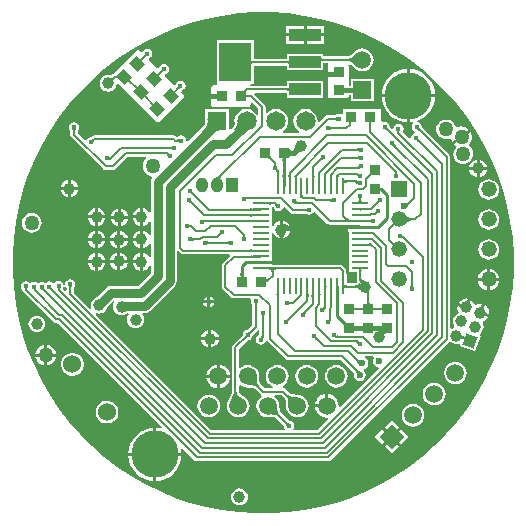
<source format=gtl>
G04*
G04 #@! TF.GenerationSoftware,Altium Limited,Altium Designer,20.0.7 (75)*
G04*
G04 Layer_Physical_Order=1*
G04 Layer_Color=255*
%FSLAX44Y44*%
%MOMM*%
G71*
G01*
G75*
%ADD15C,0.2000*%
%ADD19R,1.4732X0.2794*%
%ADD20R,0.2794X1.4732*%
%ADD21R,0.8636X0.9652*%
G04:AMPARAMS|DCode=22|XSize=0.8636mm|YSize=0.9652mm|CornerRadius=0mm|HoleSize=0mm|Usage=FLASHONLY|Rotation=225.000|XOffset=0mm|YOffset=0mm|HoleType=Round|Shape=Rectangle|*
%AMROTATEDRECTD22*
4,1,4,-0.0359,0.6466,0.6466,-0.0359,0.0359,-0.6466,-0.6466,0.0359,-0.0359,0.6466,0.0*
%
%ADD22ROTATEDRECTD22*%

%ADD23R,0.9652X0.8636*%
%ADD24R,2.7000X1.0000*%
%ADD25R,2.7000X3.3000*%
%ADD35C,1.5240*%
%ADD49C,0.4000*%
%ADD50C,0.2290*%
%ADD51C,0.8000*%
%ADD52C,0.2300*%
%ADD53C,0.6000*%
%ADD54C,0.2400*%
%ADD55C,0.2790*%
%ADD56R,1.0000X1.2700*%
%ADD57O,1.0000X1.2700*%
%ADD58C,1.3208*%
%ADD59R,1.3208X1.3208*%
%ADD60C,1.5000*%
%ADD61R,1.5000X1.5000*%
%ADD62R,1.6500X1.6500*%
%ADD63C,1.6500*%
%ADD64P,1.4142X4X385.0*%
%ADD65C,1.0000*%
%ADD66C,4.0000*%
%ADD67P,2.1213X4X90.0*%
%ADD68C,1.2700*%
%ADD69C,0.4500*%
%ADD70C,0.6000*%
G36*
X20804Y211224D02*
X34574Y209411D01*
X48196Y206701D01*
X61612Y203106D01*
X74763Y198642D01*
X87595Y193327D01*
X100052Y187184D01*
X112080Y180240D01*
X123628Y172523D01*
X134647Y164068D01*
X145090Y154910D01*
X154910Y145090D01*
X164068Y134647D01*
X172523Y123628D01*
X180240Y112080D01*
X187184Y100052D01*
X193327Y87595D01*
X198642Y74763D01*
X203106Y61612D01*
X206701Y48196D01*
X209411Y34574D01*
X211224Y20804D01*
X212132Y6945D01*
Y-0D01*
Y-6945D01*
X211224Y-20804D01*
X209411Y-34574D01*
X206701Y-48196D01*
X203106Y-61612D01*
X198642Y-74764D01*
X193327Y-87595D01*
X187184Y-100052D01*
X180240Y-112080D01*
X172523Y-123628D01*
X164068Y-134647D01*
X154910Y-145090D01*
X145090Y-154910D01*
X134647Y-164068D01*
X123628Y-172523D01*
X112080Y-180240D01*
X100052Y-187184D01*
X87595Y-193327D01*
X74763Y-198642D01*
X61612Y-203106D01*
X48196Y-206701D01*
X34574Y-209411D01*
X20804Y-211224D01*
X6945Y-212132D01*
X-6945D01*
X-20804Y-211224D01*
X-34574Y-209411D01*
X-48196Y-206701D01*
X-61612Y-203106D01*
X-74764Y-198642D01*
X-87595Y-193327D01*
X-100052Y-187184D01*
X-112080Y-180240D01*
X-123628Y-172523D01*
X-134647Y-164068D01*
X-145090Y-154910D01*
X-154910Y-145090D01*
X-164068Y-134647D01*
X-172523Y-123628D01*
X-180240Y-112080D01*
X-187184Y-100052D01*
X-193327Y-87595D01*
X-198642Y-74764D01*
X-203106Y-61612D01*
X-206701Y-48196D01*
X-209411Y-34574D01*
X-211224Y-20804D01*
X-212132Y-6945D01*
Y0D01*
Y6945D01*
X-211224Y20804D01*
X-209411Y34574D01*
X-206701Y48196D01*
X-203106Y61612D01*
X-198642Y74763D01*
X-193327Y87595D01*
X-187184Y100052D01*
X-180240Y112080D01*
X-172523Y123628D01*
X-164068Y134647D01*
X-154910Y145090D01*
X-145090Y154910D01*
X-134647Y164068D01*
X-123628Y172523D01*
X-112080Y180240D01*
X-100052Y187184D01*
X-87595Y193327D01*
X-74764Y198642D01*
X-61612Y203106D01*
X-48196Y206701D01*
X-34574Y209411D01*
X-20804Y211224D01*
X-6945Y212132D01*
X6945D01*
X20804Y211224D01*
D02*
G37*
%LPC*%
G36*
X51540Y200540D02*
X36770D01*
Y194270D01*
X51540D01*
Y200540D01*
D02*
G37*
G36*
X34230D02*
X19460D01*
Y194270D01*
X34230D01*
Y200540D01*
D02*
G37*
G36*
X51540Y191730D02*
X36770D01*
Y185460D01*
X51540D01*
Y191730D01*
D02*
G37*
G36*
X34230D02*
X19460D01*
Y185460D01*
X34230D01*
Y191730D01*
D02*
G37*
G36*
X-98000Y181333D02*
X-99658Y181003D01*
X-101064Y180064D01*
X-101893Y178823D01*
X-103193Y178327D01*
X-104606Y179740D01*
X-105268Y180182D01*
X-106048Y180337D01*
X-106828Y180182D01*
X-107490Y179740D01*
X-107490Y179740D01*
X-127480Y159750D01*
X-127501Y159719D01*
X-127820Y159506D01*
X-127820Y159506D01*
X-128701Y158624D01*
X-129172Y158820D01*
X-131000Y159060D01*
X-132827Y158820D01*
X-134530Y158114D01*
X-135992Y156992D01*
X-137114Y155530D01*
X-137819Y153827D01*
X-138060Y152000D01*
X-137819Y150172D01*
X-137114Y148469D01*
X-135992Y147007D01*
X-134530Y145885D01*
X-132827Y145180D01*
X-131000Y144939D01*
X-129172Y145180D01*
X-127470Y145885D01*
X-126007Y147007D01*
X-124885Y148469D01*
X-124180Y150172D01*
X-123994Y151584D01*
X-122765Y152151D01*
X-90480Y119866D01*
X-89819Y119424D01*
X-89038Y119269D01*
X-88258Y119424D01*
X-87596Y119866D01*
X-87596Y119866D01*
X-67606Y139856D01*
X-67164Y140518D01*
X-67009Y141298D01*
X-67164Y142079D01*
X-67606Y142740D01*
X-69365Y144498D01*
X-68946Y145876D01*
X-68342Y145997D01*
X-66936Y146936D01*
X-65997Y148342D01*
X-65667Y150000D01*
X-65997Y151658D01*
X-66936Y153064D01*
X-68342Y154003D01*
X-70000Y154333D01*
X-71658Y154003D01*
X-73064Y153064D01*
X-74003Y151658D01*
X-74124Y151053D01*
X-75502Y150635D01*
X-83364Y158498D01*
X-82946Y159876D01*
X-82342Y159997D01*
X-80936Y160936D01*
X-79997Y162342D01*
X-79667Y164000D01*
X-79997Y165658D01*
X-80936Y167064D01*
X-82342Y168003D01*
X-84000Y168333D01*
X-85658Y168003D01*
X-87064Y167064D01*
X-88003Y165658D01*
X-88124Y165054D01*
X-89502Y164636D01*
X-96673Y171807D01*
X-96177Y173107D01*
X-94936Y173936D01*
X-93997Y175342D01*
X-93667Y177000D01*
X-93997Y178658D01*
X-94936Y180064D01*
X-96342Y181003D01*
X-98000Y181333D01*
D02*
G37*
G36*
X-8000Y188500D02*
X-39000D01*
Y151675D01*
X-39000Y151500D01*
X-39422Y150405D01*
X-41859D01*
X-42639Y150250D01*
X-43301Y149808D01*
X-43743Y149146D01*
X-43898Y148366D01*
Y134174D01*
X-43743Y133394D01*
X-43301Y132732D01*
X-42639Y132290D01*
X-41859Y132135D01*
X-12681D01*
X-11901Y132290D01*
X-11239Y132732D01*
X-10797Y133394D01*
X-10642Y134174D01*
Y135657D01*
X-9468Y136143D01*
X-4059Y130733D01*
Y125968D01*
X-5329Y125537D01*
X-6690Y127311D01*
X-8831Y128954D01*
X-11324Y129986D01*
X-14000Y130339D01*
X-16676Y129986D01*
X-19169Y128954D01*
X-21310Y127311D01*
X-22953Y125169D01*
X-23986Y122676D01*
X-24339Y120000D01*
X-24129Y118411D01*
X-24141Y118283D01*
X-24101Y117922D01*
X-24109Y117684D01*
X-24157Y117407D01*
X-24254Y117082D01*
X-24412Y116709D01*
X-24639Y116289D01*
X-24940Y115826D01*
X-25294Y115357D01*
X-27577Y113075D01*
X-28750Y113561D01*
Y130250D01*
X-49250D01*
Y122144D01*
X-49254Y122128D01*
X-49250Y122095D01*
Y118208D01*
X-49490Y117789D01*
X-50304Y116625D01*
X-52437Y114114D01*
X-63976Y102576D01*
X-65146Y103202D01*
X-65067Y103600D01*
X-65397Y105258D01*
X-66336Y106664D01*
X-67742Y107603D01*
X-69400Y107933D01*
X-71058Y107603D01*
X-72464Y106664D01*
X-73575Y107101D01*
X-73637Y107163D01*
X-74629Y107826D01*
X-75800Y108059D01*
X-75800Y108059D01*
X-143000D01*
X-144170Y107826D01*
X-145163Y107163D01*
X-145163Y107163D01*
X-145986Y106339D01*
X-145996Y106332D01*
X-146000Y106333D01*
X-147658Y106003D01*
X-149064Y105064D01*
X-149586Y104283D01*
X-151126Y104027D01*
X-156941Y109843D01*
Y111792D01*
X-156940Y111804D01*
X-156936Y111806D01*
X-155997Y113212D01*
X-155667Y114870D01*
X-155997Y116528D01*
X-156936Y117934D01*
X-158342Y118874D01*
X-160000Y119203D01*
X-161658Y118874D01*
X-163064Y117934D01*
X-164003Y116528D01*
X-164333Y114870D01*
X-164003Y113212D01*
X-163064Y111806D01*
X-163060Y111804D01*
X-163059Y111792D01*
Y108576D01*
X-163059Y108575D01*
X-162826Y107405D01*
X-162163Y106413D01*
X-135337Y79587D01*
X-135337Y79587D01*
X-134345Y78924D01*
X-133174Y78691D01*
X-127450D01*
X-127450Y78691D01*
X-126279Y78924D01*
X-125287Y79587D01*
X-115203Y89671D01*
X-99256D01*
X-98825Y88401D01*
X-99575Y87825D01*
X-100914Y86081D01*
X-101755Y84050D01*
X-102042Y81870D01*
X-101755Y79690D01*
X-100914Y77659D01*
X-99575Y75915D01*
X-97831Y74576D01*
X-95800Y73735D01*
X-94608Y73578D01*
X-93991Y72216D01*
X-94622Y71271D01*
X-95087Y68930D01*
Y68293D01*
X-95118Y68142D01*
Y42992D01*
X-96388Y42739D01*
X-96414Y42803D01*
X-97622Y44378D01*
X-99198Y45586D01*
X-101032Y46346D01*
X-101730Y46438D01*
Y39000D01*
Y31562D01*
X-101032Y31654D01*
X-99198Y32414D01*
X-97622Y33622D01*
X-96414Y35198D01*
X-96388Y35261D01*
X-95118Y35008D01*
Y23992D01*
X-96388Y23739D01*
X-96414Y23802D01*
X-97622Y25378D01*
X-99198Y26586D01*
X-101032Y27346D01*
X-101730Y27438D01*
Y20000D01*
Y12562D01*
X-101032Y12654D01*
X-99198Y13414D01*
X-97622Y14622D01*
X-96414Y16198D01*
X-96388Y16261D01*
X-95118Y16008D01*
Y4992D01*
X-96388Y4739D01*
X-96414Y4803D01*
X-97622Y6378D01*
X-99198Y7586D01*
X-101032Y8346D01*
X-101730Y8438D01*
Y1000D01*
Y-6438D01*
X-101032Y-6346D01*
X-99198Y-5586D01*
X-97622Y-4378D01*
X-96414Y-2803D01*
X-96388Y-2739D01*
X-95118Y-2992D01*
Y-8484D01*
X-106016Y-19382D01*
X-128500D01*
X-130841Y-19848D01*
X-132826Y-21174D01*
X-140835Y-29183D01*
X-142530Y-29885D01*
X-143992Y-31008D01*
X-145114Y-32470D01*
X-145820Y-34173D01*
X-146060Y-36000D01*
X-145820Y-37827D01*
X-145727Y-38051D01*
X-146804Y-38770D01*
X-160241Y-25333D01*
Y-21178D01*
X-160240Y-21167D01*
X-160236Y-21164D01*
X-159297Y-19758D01*
X-158967Y-18100D01*
X-159297Y-16442D01*
X-160236Y-15036D01*
X-161642Y-14097D01*
X-163300Y-13767D01*
X-164958Y-14097D01*
X-166364Y-15036D01*
X-167303Y-16442D01*
X-167633Y-18100D01*
X-167303Y-19758D01*
X-166364Y-21164D01*
X-166360Y-21167D01*
X-166359Y-21178D01*
Y-23213D01*
X-167532Y-23699D01*
X-169516Y-21715D01*
X-169197Y-21237D01*
X-168867Y-19578D01*
X-169197Y-17920D01*
X-170136Y-16514D01*
X-171542Y-15575D01*
X-173200Y-15245D01*
X-174858Y-15575D01*
X-176264Y-16514D01*
X-176556Y-16951D01*
X-177826D01*
X-177836Y-16936D01*
X-179241Y-15997D01*
X-180900Y-15667D01*
X-182558Y-15997D01*
X-183964Y-16936D01*
X-185304Y-16656D01*
X-185841Y-16297D01*
X-187500Y-15967D01*
X-189158Y-16297D01*
X-189672Y-16640D01*
X-190936Y-17036D01*
X-192341Y-16097D01*
X-194000Y-15767D01*
X-195658Y-16097D01*
X-197064Y-17036D01*
X-198235Y-16503D01*
X-199142Y-15897D01*
X-200800Y-15567D01*
X-202458Y-15897D01*
X-203864Y-16836D01*
X-204803Y-18242D01*
X-205133Y-19900D01*
X-204803Y-21558D01*
X-203864Y-22964D01*
X-203218Y-23396D01*
X-203148Y-23749D01*
X-202485Y-24741D01*
X-177213Y-50013D01*
X-176221Y-50676D01*
X-175050Y-50909D01*
X-174117D01*
X-85912Y-139114D01*
X-86564Y-140204D01*
X-87281Y-139986D01*
X-90430Y-139676D01*
Y-160930D01*
X-69176D01*
X-69486Y-157781D01*
X-69704Y-157064D01*
X-68614Y-156412D01*
X-58307Y-166719D01*
X-57315Y-167382D01*
X-56144Y-167615D01*
X-56144Y-167615D01*
X55385D01*
X55385Y-167615D01*
X56556Y-167382D01*
X57548Y-166719D01*
X157541Y-66725D01*
X158559Y-66603D01*
X159329Y-67308D01*
X160964Y-68159D01*
X162763Y-68558D01*
X164605Y-68478D01*
X165686Y-68137D01*
X166665Y-69159D01*
X166341Y-70052D01*
X179496Y-74840D01*
X184285Y-61684D01*
X183392Y-61360D01*
X183238Y-59952D01*
X184195Y-59343D01*
X185440Y-57984D01*
X186291Y-56349D01*
X186690Y-54549D01*
X186609Y-52708D01*
X186055Y-50950D01*
X185864Y-50650D01*
X186411Y-49146D01*
X187214Y-48892D01*
X188888Y-47826D01*
X190230Y-46362D01*
X190555Y-45737D01*
X183566Y-43193D01*
X184000Y-42000D01*
X182807Y-41566D01*
X185350Y-34576D01*
X184663Y-34424D01*
X182679Y-34511D01*
X180786Y-35108D01*
X180319Y-35405D01*
X179125Y-34971D01*
X178958Y-34442D01*
X177892Y-32768D01*
X176428Y-31427D01*
X175803Y-31101D01*
X173259Y-38091D01*
X172066Y-37656D01*
X171632Y-38850D01*
X164642Y-36306D01*
X164490Y-36994D01*
X164576Y-38977D01*
X165173Y-40870D01*
X165626Y-41580D01*
X165078Y-43085D01*
X164738Y-43192D01*
X163184Y-44182D01*
X161939Y-45541D01*
X161088Y-47176D01*
X160689Y-48975D01*
X160769Y-50816D01*
X161323Y-52574D01*
X161827Y-53365D01*
X161289Y-54844D01*
X160395Y-55126D01*
X159707Y-55564D01*
X158437Y-54867D01*
Y89621D01*
X158437Y89621D01*
X158204Y90792D01*
X157541Y91784D01*
X134339Y114986D01*
X134332Y114996D01*
X134333Y115000D01*
X134003Y116658D01*
X133064Y118064D01*
X131658Y119003D01*
X130779Y119178D01*
X130715Y120486D01*
X131667Y120775D01*
X135583Y122868D01*
X139015Y125685D01*
X141832Y129117D01*
X143925Y133033D01*
X145214Y137281D01*
X145524Y140430D01*
X124270D01*
Y119176D01*
X126668Y119412D01*
X127109Y118180D01*
X126936Y118064D01*
X125997Y116658D01*
X125667Y115000D01*
X125997Y113342D01*
X126936Y111936D01*
X128340Y110997D01*
X128342Y110991D01*
X128339Y109702D01*
X127842Y109603D01*
X126436Y108664D01*
X125497Y107258D01*
X125226Y105896D01*
X124380Y105470D01*
X123930Y105396D01*
X118195Y111131D01*
X118603Y111742D01*
X118933Y113400D01*
X118603Y115058D01*
X117664Y116464D01*
X116258Y117403D01*
X114600Y117733D01*
X112942Y117403D01*
X111536Y116464D01*
X110597Y115058D01*
X110392Y114030D01*
X109032Y113594D01*
X107339Y115287D01*
X107332Y115296D01*
X107333Y115300D01*
X107003Y116958D01*
X106064Y118364D01*
X104658Y119303D01*
X103000Y119633D01*
X101439Y119323D01*
X101144Y119346D01*
X100169Y119867D01*
Y128510D01*
X100014Y129290D01*
X99572Y129952D01*
X98910Y130394D01*
X98130Y130549D01*
X69390D01*
X68610Y130394D01*
X68508Y130326D01*
X67781D01*
Y129702D01*
X67506Y129290D01*
X67351Y128510D01*
Y126400D01*
X66081Y125721D01*
X65658Y126003D01*
X64000Y126333D01*
X62342Y126003D01*
X60936Y125064D01*
X60933Y125060D01*
X60922Y125059D01*
X55000D01*
X55000Y125059D01*
X53829Y124826D01*
X52837Y124163D01*
X52837Y124163D01*
X47459Y118785D01*
X46256Y119378D01*
X46338Y120000D01*
X45986Y122676D01*
X44953Y125169D01*
X43310Y127311D01*
X41169Y128954D01*
X38676Y129986D01*
X36000Y130339D01*
X33324Y129986D01*
X30831Y128954D01*
X28690Y127311D01*
X27047Y125169D01*
X26014Y122676D01*
X25661Y120000D01*
X26014Y117325D01*
X27047Y114831D01*
X28690Y112690D01*
X30464Y111329D01*
X30032Y110059D01*
X16968D01*
X16536Y111329D01*
X18310Y112690D01*
X19953Y114831D01*
X20986Y117325D01*
X21338Y120000D01*
X20986Y122676D01*
X19953Y125169D01*
X18310Y127311D01*
X16169Y128954D01*
X13676Y129986D01*
X11000Y130339D01*
X8324Y129986D01*
X5831Y128954D01*
X3690Y127311D01*
X3261Y126753D01*
X2059Y127161D01*
Y132000D01*
X2059Y132000D01*
X1826Y133170D01*
X1163Y134163D01*
X1163Y134163D01*
X-7346Y142671D01*
X-6820Y143941D01*
X20000D01*
Y140000D01*
X51000D01*
Y154000D01*
X20000D01*
Y150059D01*
X-10645D01*
X-10794Y150230D01*
X-10216Y151500D01*
X-8000D01*
Y166942D01*
X20000D01*
Y163000D01*
X51000D01*
Y168941D01*
X54862D01*
X55027Y168728D01*
X55192Y167312D01*
X54750Y166650D01*
X54595Y165870D01*
Y141726D01*
X54750Y140945D01*
X55192Y140284D01*
X55854Y139842D01*
X56634Y139687D01*
X57174D01*
Y139681D01*
X70826D01*
Y139687D01*
X71606Y139842D01*
X72268Y140284D01*
X72710Y140945D01*
X72865Y141726D01*
Y141921D01*
X74500D01*
Y137100D01*
X93500D01*
Y156100D01*
X74500D01*
Y150077D01*
X72865D01*
Y165870D01*
X72710Y166650D01*
X72305Y167256D01*
X72385Y167859D01*
X72840Y168222D01*
X73499Y168409D01*
X73812Y168222D01*
X74385Y167826D01*
X74997Y167350D01*
X76432Y166071D01*
X77029Y165479D01*
X77225Y165225D01*
X79209Y163702D01*
X81520Y162745D01*
X84000Y162418D01*
X86480Y162745D01*
X88791Y163702D01*
X90775Y165225D01*
X92298Y167209D01*
X93256Y169520D01*
X93582Y172000D01*
X93256Y174480D01*
X92298Y176791D01*
X90775Y178776D01*
X88791Y180298D01*
X86480Y181255D01*
X84000Y181582D01*
X81520Y181255D01*
X79209Y180298D01*
X77225Y178776D01*
X77029Y178521D01*
X76432Y177929D01*
X74997Y176650D01*
X74385Y176174D01*
X73812Y175778D01*
X73302Y175473D01*
X72863Y175257D01*
X72507Y175124D01*
X72242Y175061D01*
X72211Y175059D01*
X51000D01*
Y177000D01*
X20000D01*
Y173059D01*
X-8000D01*
Y188500D01*
D02*
G37*
G36*
X124270Y164224D02*
Y142970D01*
X145524D01*
X145214Y146119D01*
X143925Y150367D01*
X141832Y154283D01*
X139015Y157715D01*
X135583Y160532D01*
X131667Y162625D01*
X127419Y163914D01*
X124270Y164224D01*
D02*
G37*
G36*
X121730D02*
X118581Y163914D01*
X114333Y162625D01*
X110417Y160532D01*
X106985Y157715D01*
X104168Y154283D01*
X102075Y150367D01*
X100786Y146119D01*
X100476Y142970D01*
X121730D01*
Y164224D01*
D02*
G37*
G36*
Y140430D02*
X100476D01*
X100786Y137281D01*
X102075Y133033D01*
X104168Y129117D01*
X106985Y125685D01*
X110417Y122868D01*
X114333Y120775D01*
X118581Y119486D01*
X121730Y119176D01*
Y140430D01*
D02*
G37*
G36*
X154266Y121390D02*
X152120Y120914D01*
X150169Y119899D01*
X148548Y118414D01*
X147367Y116559D01*
X146706Y114462D01*
X146610Y112266D01*
X147086Y110119D01*
X148101Y108169D01*
X149586Y106548D01*
X151441Y105367D01*
X153538Y104706D01*
X155734Y104610D01*
X157880Y105086D01*
X158184Y105244D01*
X159335Y104707D01*
X159593Y103545D01*
X160082Y102605D01*
X167290Y107652D01*
X174498Y112699D01*
X173782Y113481D01*
X171808Y114738D01*
X169576Y115442D01*
X167237Y115544D01*
X164952Y115038D01*
X164218Y114656D01*
X163067Y115192D01*
X162914Y115880D01*
X161899Y117831D01*
X160414Y119452D01*
X158559Y120633D01*
X156462Y121294D01*
X154266Y121390D01*
D02*
G37*
G36*
X175955Y110619D02*
X168747Y105571D01*
X161539Y100524D01*
X162255Y99743D01*
X163259Y99103D01*
X163369Y97838D01*
X163117Y97607D01*
X161936Y95753D01*
X161275Y93656D01*
X161179Y91460D01*
X161655Y89313D01*
X162670Y87363D01*
X164155Y85742D01*
X166010Y84561D01*
X168106Y83899D01*
X170303Y83804D01*
X172449Y84279D01*
X174400Y85295D01*
X176021Y86780D01*
X177202Y88634D01*
X177863Y90731D01*
X177959Y92928D01*
X177483Y95074D01*
X176468Y97024D01*
X174982Y98645D01*
X174388Y99024D01*
X174277Y100289D01*
X174887Y100848D01*
X176145Y102822D01*
X176849Y105055D01*
X176951Y107393D01*
X176444Y109679D01*
X175955Y110619D01*
D02*
G37*
G36*
X183270Y87438D02*
Y81270D01*
X189438D01*
X189346Y81968D01*
X188586Y83802D01*
X187378Y85378D01*
X185802Y86586D01*
X183968Y87346D01*
X183270Y87438D01*
D02*
G37*
G36*
X180730D02*
X180032Y87346D01*
X178197Y86586D01*
X176622Y85378D01*
X175414Y83802D01*
X174654Y81968D01*
X174562Y81270D01*
X180730D01*
Y87438D01*
D02*
G37*
G36*
X189438Y78730D02*
X183270D01*
Y72562D01*
X183968Y72654D01*
X185802Y73414D01*
X187378Y74622D01*
X188586Y76198D01*
X189346Y78032D01*
X189438Y78730D01*
D02*
G37*
G36*
X180730D02*
X174562D01*
X174654Y78032D01*
X175414Y76198D01*
X176622Y74622D01*
X178197Y73414D01*
X180032Y72654D01*
X180730Y72562D01*
Y78730D01*
D02*
G37*
G36*
X-162730Y70438D02*
Y64270D01*
X-156562D01*
X-156654Y64968D01*
X-157414Y66803D01*
X-158622Y68378D01*
X-160198Y69586D01*
X-162032Y70346D01*
X-162730Y70438D01*
D02*
G37*
G36*
X-165270D02*
X-165968Y70346D01*
X-167803Y69586D01*
X-169378Y68378D01*
X-170586Y66803D01*
X-171346Y64968D01*
X-171438Y64270D01*
X-165270D01*
Y70438D01*
D02*
G37*
G36*
X-156562Y61730D02*
X-162730D01*
Y55562D01*
X-162032Y55654D01*
X-160198Y56414D01*
X-158622Y57622D01*
X-157414Y59198D01*
X-156654Y61032D01*
X-156562Y61730D01*
D02*
G37*
G36*
X-165270D02*
X-171438D01*
X-171346Y61032D01*
X-170586Y59198D01*
X-169378Y57622D01*
X-167803Y56414D01*
X-165968Y55654D01*
X-165270Y55562D01*
Y61730D01*
D02*
G37*
G36*
X191000Y70878D02*
X188754Y70583D01*
X186661Y69716D01*
X184863Y68337D01*
X183484Y66539D01*
X182617Y64446D01*
X182322Y62200D01*
X182617Y59954D01*
X183484Y57861D01*
X184863Y56064D01*
X186661Y54685D01*
X188754Y53818D01*
X191000Y53522D01*
X193246Y53818D01*
X195339Y54685D01*
X197136Y56064D01*
X198515Y57861D01*
X199382Y59954D01*
X199678Y62200D01*
X199382Y64446D01*
X198515Y66539D01*
X197136Y68337D01*
X195339Y69716D01*
X193246Y70583D01*
X191000Y70878D01*
D02*
G37*
G36*
X-104270Y46438D02*
X-104968Y46346D01*
X-106803Y45586D01*
X-108378Y44378D01*
X-109586Y42803D01*
X-110346Y40968D01*
X-110438Y40270D01*
X-104270D01*
Y46438D01*
D02*
G37*
G36*
X-139730D02*
Y40270D01*
X-133562D01*
X-133654Y40968D01*
X-134414Y42803D01*
X-135622Y44378D01*
X-137198Y45586D01*
X-139032Y46346D01*
X-139730Y46438D01*
D02*
G37*
G36*
X-142270D02*
X-142968Y46346D01*
X-144803Y45586D01*
X-146378Y44378D01*
X-147586Y42803D01*
X-148346Y40968D01*
X-148438Y40270D01*
X-142270D01*
Y46438D01*
D02*
G37*
G36*
X-120430Y45938D02*
Y39770D01*
X-114262D01*
X-114354Y40468D01*
X-115114Y42302D01*
X-116322Y43878D01*
X-117898Y45086D01*
X-119732Y45846D01*
X-120430Y45938D01*
D02*
G37*
G36*
X-122970D02*
X-123668Y45846D01*
X-125503Y45086D01*
X-127078Y43878D01*
X-128286Y42302D01*
X-129046Y40468D01*
X-129138Y39770D01*
X-122970D01*
Y45938D01*
D02*
G37*
G36*
X-104270Y37730D02*
X-110438D01*
X-110346Y37032D01*
X-109586Y35198D01*
X-108378Y33622D01*
X-106803Y32414D01*
X-104968Y31654D01*
X-104270Y31562D01*
Y37730D01*
D02*
G37*
G36*
X-133562D02*
X-139730D01*
Y31562D01*
X-139032Y31654D01*
X-137198Y32414D01*
X-135622Y33622D01*
X-134414Y35198D01*
X-133654Y37032D01*
X-133562Y37730D01*
D02*
G37*
G36*
X-142270D02*
X-148438D01*
X-148346Y37032D01*
X-147586Y35198D01*
X-146378Y33622D01*
X-144803Y32414D01*
X-142968Y31654D01*
X-142270Y31562D01*
Y37730D01*
D02*
G37*
G36*
X-114262Y37230D02*
X-120430D01*
Y31062D01*
X-119732Y31154D01*
X-117898Y31914D01*
X-116322Y33122D01*
X-115114Y34697D01*
X-114354Y36532D01*
X-114262Y37230D01*
D02*
G37*
G36*
X-122970D02*
X-129138D01*
X-129046Y36532D01*
X-128286Y34697D01*
X-127078Y33122D01*
X-125503Y31914D01*
X-123668Y31154D01*
X-122970Y31062D01*
Y37230D01*
D02*
G37*
G36*
X191000Y45478D02*
X188754Y45183D01*
X186661Y44316D01*
X184863Y42937D01*
X183484Y41139D01*
X182617Y39046D01*
X182322Y36800D01*
X182617Y34554D01*
X183484Y32461D01*
X184863Y30664D01*
X186661Y29285D01*
X188754Y28418D01*
X191000Y28122D01*
X193246Y28418D01*
X195339Y29285D01*
X197136Y30664D01*
X198515Y32461D01*
X199382Y34554D01*
X199678Y36800D01*
X199382Y39046D01*
X198515Y41139D01*
X197136Y42937D01*
X195339Y44316D01*
X193246Y45183D01*
X191000Y45478D01*
D02*
G37*
G36*
X-196000Y42422D02*
X-198180Y42135D01*
X-200211Y41294D01*
X-201955Y39955D01*
X-203294Y38211D01*
X-204135Y36180D01*
X-204422Y34000D01*
X-204135Y31820D01*
X-203294Y29789D01*
X-201955Y28045D01*
X-200211Y26706D01*
X-198180Y25865D01*
X-196000Y25578D01*
X-193820Y25865D01*
X-191789Y26706D01*
X-190045Y28045D01*
X-188706Y29789D01*
X-187865Y31820D01*
X-187578Y34000D01*
X-187865Y36180D01*
X-188706Y38211D01*
X-190045Y39955D01*
X-191789Y41294D01*
X-193820Y42135D01*
X-196000Y42422D01*
D02*
G37*
G36*
X-104270Y27438D02*
X-104968Y27346D01*
X-106803Y26586D01*
X-108378Y25378D01*
X-109586Y23802D01*
X-110346Y21968D01*
X-110438Y21270D01*
X-104270D01*
Y27438D01*
D02*
G37*
G36*
X-139730D02*
Y21270D01*
X-133562D01*
X-133654Y21968D01*
X-134414Y23802D01*
X-135622Y25378D01*
X-137198Y26586D01*
X-139032Y27346D01*
X-139730Y27438D01*
D02*
G37*
G36*
X-142270D02*
X-142968Y27346D01*
X-144803Y26586D01*
X-146378Y25378D01*
X-147586Y23802D01*
X-148346Y21968D01*
X-148438Y21270D01*
X-142270D01*
Y27438D01*
D02*
G37*
G36*
X-120830Y27238D02*
Y21070D01*
X-114662D01*
X-114754Y21768D01*
X-115514Y23602D01*
X-116722Y25178D01*
X-118298Y26386D01*
X-120132Y27146D01*
X-120830Y27238D01*
D02*
G37*
G36*
X-123370D02*
X-124068Y27146D01*
X-125903Y26386D01*
X-127478Y25178D01*
X-128686Y23602D01*
X-129446Y21768D01*
X-129538Y21070D01*
X-123370D01*
Y27238D01*
D02*
G37*
G36*
X-104270Y18730D02*
X-110438D01*
X-110346Y18032D01*
X-109586Y16198D01*
X-108378Y14622D01*
X-106803Y13414D01*
X-104968Y12654D01*
X-104270Y12562D01*
Y18730D01*
D02*
G37*
G36*
X-133562D02*
X-139730D01*
Y12562D01*
X-139032Y12654D01*
X-137198Y13414D01*
X-135622Y14622D01*
X-134414Y16198D01*
X-133654Y18032D01*
X-133562Y18730D01*
D02*
G37*
G36*
X-142270D02*
X-148438D01*
X-148346Y18032D01*
X-147586Y16198D01*
X-146378Y14622D01*
X-144803Y13414D01*
X-142968Y12654D01*
X-142270Y12562D01*
Y18730D01*
D02*
G37*
G36*
X-114662Y18530D02*
X-120830D01*
Y12362D01*
X-120132Y12454D01*
X-118298Y13214D01*
X-116722Y14422D01*
X-115514Y15998D01*
X-114754Y17832D01*
X-114662Y18530D01*
D02*
G37*
G36*
X-123370D02*
X-129538D01*
X-129446Y17832D01*
X-128686Y15998D01*
X-127478Y14422D01*
X-125903Y13214D01*
X-124068Y12454D01*
X-123370Y12362D01*
Y18530D01*
D02*
G37*
G36*
X191000Y20078D02*
X188754Y19783D01*
X186661Y18916D01*
X184863Y17536D01*
X183484Y15739D01*
X182617Y13646D01*
X182322Y11400D01*
X182617Y9154D01*
X183484Y7061D01*
X184863Y5264D01*
X186661Y3884D01*
X188754Y3018D01*
X191000Y2722D01*
X193246Y3018D01*
X195339Y3884D01*
X197136Y5264D01*
X198515Y7061D01*
X199382Y9154D01*
X199678Y11400D01*
X199382Y13646D01*
X198515Y15739D01*
X197136Y17536D01*
X195339Y18916D01*
X193246Y19783D01*
X191000Y20078D01*
D02*
G37*
G36*
X-120930Y8638D02*
Y2470D01*
X-114762D01*
X-114854Y3168D01*
X-115614Y5002D01*
X-116822Y6578D01*
X-118398Y7786D01*
X-120232Y8546D01*
X-120930Y8638D01*
D02*
G37*
G36*
X-123470D02*
X-124168Y8546D01*
X-126003Y7786D01*
X-127578Y6578D01*
X-128786Y5002D01*
X-129546Y3168D01*
X-129638Y2470D01*
X-123470D01*
Y8638D01*
D02*
G37*
G36*
X-104270Y8438D02*
X-104968Y8346D01*
X-106803Y7586D01*
X-108378Y6378D01*
X-109586Y4803D01*
X-110346Y2968D01*
X-110438Y2270D01*
X-104270D01*
Y8438D01*
D02*
G37*
G36*
X-139730D02*
Y2270D01*
X-133562D01*
X-133654Y2968D01*
X-134414Y4803D01*
X-135622Y6378D01*
X-137198Y7586D01*
X-139032Y8346D01*
X-139730Y8438D01*
D02*
G37*
G36*
X-142270D02*
X-142968Y8346D01*
X-144803Y7586D01*
X-146378Y6378D01*
X-147586Y4803D01*
X-148346Y2968D01*
X-148438Y2270D01*
X-142270D01*
Y8438D01*
D02*
G37*
G36*
X-114762Y-70D02*
X-120930D01*
Y-6238D01*
X-120232Y-6146D01*
X-118398Y-5386D01*
X-116822Y-4178D01*
X-115614Y-2603D01*
X-114854Y-768D01*
X-114762Y-70D01*
D02*
G37*
G36*
X-123470D02*
X-129638D01*
X-129546Y-768D01*
X-128786Y-2603D01*
X-127578Y-4178D01*
X-126003Y-5386D01*
X-124168Y-6146D01*
X-123470Y-6238D01*
Y-70D01*
D02*
G37*
G36*
X-104270Y-270D02*
X-110438D01*
X-110346Y-968D01*
X-109586Y-2803D01*
X-108378Y-4378D01*
X-106803Y-5586D01*
X-104968Y-6346D01*
X-104270Y-6438D01*
Y-270D01*
D02*
G37*
G36*
X-133562D02*
X-139730D01*
Y-6438D01*
X-139032Y-6346D01*
X-137198Y-5586D01*
X-135622Y-4378D01*
X-134414Y-2803D01*
X-133654Y-968D01*
X-133562Y-270D01*
D02*
G37*
G36*
X-142270D02*
X-148438D01*
X-148346Y-968D01*
X-147586Y-2803D01*
X-146378Y-4378D01*
X-144803Y-5586D01*
X-142968Y-6346D01*
X-142270Y-6438D01*
Y-270D01*
D02*
G37*
G36*
X192270Y-4944D02*
Y-12730D01*
X200056D01*
X199908Y-11613D01*
X198987Y-9388D01*
X197521Y-7478D01*
X195611Y-6013D01*
X193387Y-5091D01*
X192270Y-4944D01*
D02*
G37*
G36*
X189730D02*
X188613Y-5091D01*
X186388Y-6013D01*
X184478Y-7478D01*
X183013Y-9388D01*
X182091Y-11613D01*
X181944Y-12730D01*
X189730D01*
Y-4944D01*
D02*
G37*
G36*
X200056Y-15270D02*
X192270D01*
Y-23056D01*
X193387Y-22908D01*
X195611Y-21987D01*
X197521Y-20522D01*
X198987Y-18611D01*
X199908Y-16387D01*
X200056Y-15270D01*
D02*
G37*
G36*
X189730D02*
X181944D01*
X182091Y-16387D01*
X183013Y-18611D01*
X184478Y-20522D01*
X186388Y-21987D01*
X188613Y-22908D01*
X189730Y-23056D01*
Y-15270D01*
D02*
G37*
G36*
X172729Y-30080D02*
X170745Y-30167D01*
X168852Y-30764D01*
X167177Y-31830D01*
X165836Y-33294D01*
X165511Y-33919D01*
X171307Y-36029D01*
X173416Y-30233D01*
X172729Y-30080D01*
D02*
G37*
G36*
X187737Y-35445D02*
X185628Y-41241D01*
X191424Y-43351D01*
X191576Y-42663D01*
X191490Y-40679D01*
X190893Y-38786D01*
X189826Y-37112D01*
X188362Y-35770D01*
X187737Y-35445D01*
D02*
G37*
G36*
X-191600Y-44640D02*
X-193427Y-44880D01*
X-195130Y-45585D01*
X-196592Y-46708D01*
X-197715Y-48170D01*
X-198420Y-49873D01*
X-198660Y-51700D01*
X-198420Y-53527D01*
X-197715Y-55230D01*
X-196592Y-56692D01*
X-195130Y-57814D01*
X-193427Y-58520D01*
X-191600Y-58760D01*
X-189773Y-58520D01*
X-188070Y-57814D01*
X-186608Y-56692D01*
X-185485Y-55230D01*
X-184780Y-53527D01*
X-184540Y-51700D01*
X-184780Y-49873D01*
X-185485Y-48170D01*
X-186608Y-46708D01*
X-188070Y-45585D01*
X-189773Y-44880D01*
X-191600Y-44640D01*
D02*
G37*
G36*
X-182730Y-69201D02*
Y-76730D01*
X-175201D01*
X-175339Y-75679D01*
X-176235Y-73517D01*
X-177660Y-71660D01*
X-179517Y-70235D01*
X-181679Y-69339D01*
X-182730Y-69201D01*
D02*
G37*
G36*
X-185270D02*
X-186321Y-69339D01*
X-188483Y-70235D01*
X-190340Y-71660D01*
X-191765Y-73517D01*
X-192661Y-75679D01*
X-192799Y-76730D01*
X-185270D01*
Y-69201D01*
D02*
G37*
G36*
X-175201Y-79270D02*
X-182730D01*
Y-86799D01*
X-181679Y-86661D01*
X-179517Y-85765D01*
X-177660Y-84340D01*
X-176235Y-82483D01*
X-175339Y-80321D01*
X-175201Y-79270D01*
D02*
G37*
G36*
X-185270D02*
X-192799D01*
X-192661Y-80321D01*
X-191765Y-82483D01*
X-190340Y-84340D01*
X-188483Y-85765D01*
X-186321Y-86661D01*
X-185270Y-86799D01*
Y-79270D01*
D02*
G37*
G36*
X-162504Y-76199D02*
X-164967Y-76791D01*
X-167192Y-77999D01*
X-169030Y-79743D01*
X-170353Y-81903D01*
X-171073Y-84331D01*
X-171139Y-86863D01*
X-170548Y-89326D01*
X-169339Y-91552D01*
X-167596Y-93390D01*
X-165436Y-94713D01*
X-163007Y-95433D01*
X-160475Y-95499D01*
X-158012Y-94908D01*
X-155786Y-93699D01*
X-153949Y-91955D01*
X-152625Y-89796D01*
X-151906Y-87367D01*
X-151839Y-84835D01*
X-152431Y-82372D01*
X-153639Y-80146D01*
X-155383Y-78309D01*
X-157543Y-76985D01*
X-159971Y-76266D01*
X-162504Y-76199D01*
D02*
G37*
G36*
X162882Y-83537D02*
X160402Y-83863D01*
X158091Y-84820D01*
X156106Y-86343D01*
X154583Y-88328D01*
X153626Y-90639D01*
X153300Y-93118D01*
X153626Y-95598D01*
X154583Y-97909D01*
X156106Y-99894D01*
X158091Y-101417D01*
X160402Y-102374D01*
X162882Y-102700D01*
X165361Y-102374D01*
X167673Y-101417D01*
X169657Y-99894D01*
X171180Y-97909D01*
X172137Y-95598D01*
X172463Y-93118D01*
X172137Y-90639D01*
X171180Y-88328D01*
X169657Y-86343D01*
X167673Y-84820D01*
X165361Y-83863D01*
X162882Y-83537D01*
D02*
G37*
G36*
X144921Y-101497D02*
X142441Y-101824D01*
X140130Y-102781D01*
X138146Y-104304D01*
X136623Y-106288D01*
X135666Y-108599D01*
X135339Y-111079D01*
X135666Y-113559D01*
X136623Y-115870D01*
X138146Y-117854D01*
X140130Y-119377D01*
X142441Y-120334D01*
X144921Y-120661D01*
X147401Y-120334D01*
X149712Y-119377D01*
X151697Y-117854D01*
X153219Y-115870D01*
X154177Y-113559D01*
X154503Y-111079D01*
X154177Y-108599D01*
X153219Y-106288D01*
X151697Y-104304D01*
X149712Y-102781D01*
X147401Y-101824D01*
X144921Y-101497D01*
D02*
G37*
G36*
X-133114Y-116650D02*
X-135577Y-117241D01*
X-137803Y-118450D01*
X-139641Y-120194D01*
X-140964Y-122353D01*
X-141684Y-124782D01*
X-141750Y-127314D01*
X-141159Y-129777D01*
X-139950Y-132003D01*
X-138206Y-133841D01*
X-136047Y-135164D01*
X-133618Y-135884D01*
X-131086Y-135950D01*
X-128623Y-135358D01*
X-126397Y-134150D01*
X-124559Y-132406D01*
X-123236Y-130247D01*
X-122516Y-127818D01*
X-122450Y-125286D01*
X-123041Y-122823D01*
X-124250Y-120597D01*
X-125994Y-118759D01*
X-128153Y-117436D01*
X-130582Y-116716D01*
X-133114Y-116650D01*
D02*
G37*
G36*
X126960Y-119458D02*
X124480Y-119784D01*
X122170Y-120741D01*
X120185Y-122264D01*
X118662Y-124249D01*
X117705Y-126559D01*
X117379Y-129039D01*
X117705Y-131519D01*
X118662Y-133830D01*
X120185Y-135815D01*
X122170Y-137338D01*
X124480Y-138295D01*
X126960Y-138621D01*
X129440Y-138295D01*
X131751Y-137338D01*
X133736Y-135815D01*
X135259Y-133830D01*
X136216Y-131519D01*
X136542Y-129039D01*
X136216Y-126559D01*
X135259Y-124249D01*
X133736Y-122264D01*
X131751Y-120741D01*
X129440Y-119784D01*
X126960Y-119458D01*
D02*
G37*
G36*
X109000Y-132801D02*
X102799Y-139003D01*
X109000Y-145204D01*
X115201Y-139003D01*
X109000Y-132801D01*
D02*
G37*
G36*
X116997Y-140799D02*
X110796Y-147000D01*
X116997Y-153201D01*
X123199Y-147000D01*
X116997Y-140799D01*
D02*
G37*
G36*
X101003Y-140799D02*
X94801Y-147000D01*
X101003Y-153201D01*
X107204Y-147000D01*
X101003Y-140799D01*
D02*
G37*
G36*
X-92970Y-139676D02*
X-96119Y-139986D01*
X-100367Y-141275D01*
X-104283Y-143368D01*
X-107715Y-146185D01*
X-110532Y-149617D01*
X-112625Y-153533D01*
X-113914Y-157781D01*
X-114224Y-160930D01*
X-92970D01*
Y-139676D01*
D02*
G37*
G36*
X109000Y-148796D02*
X102799Y-154997D01*
X109000Y-161199D01*
X115201Y-154997D01*
X109000Y-148796D01*
D02*
G37*
G36*
X-69176Y-163470D02*
X-90430D01*
Y-184724D01*
X-87281Y-184414D01*
X-83033Y-183125D01*
X-79117Y-181032D01*
X-75685Y-178215D01*
X-72868Y-174783D01*
X-70775Y-170867D01*
X-69486Y-166619D01*
X-69176Y-163470D01*
D02*
G37*
G36*
X-92970D02*
X-114224D01*
X-113914Y-166619D01*
X-112625Y-170867D01*
X-110532Y-174783D01*
X-107715Y-178215D01*
X-104283Y-181032D01*
X-100367Y-183125D01*
X-96119Y-184414D01*
X-92970Y-184724D01*
Y-163470D01*
D02*
G37*
G36*
X-20000Y-190940D02*
X-21827Y-191180D01*
X-23530Y-191886D01*
X-24992Y-193008D01*
X-26114Y-194470D01*
X-26820Y-196173D01*
X-27060Y-198000D01*
X-26820Y-199827D01*
X-26114Y-201530D01*
X-24992Y-202992D01*
X-23530Y-204114D01*
X-21827Y-204820D01*
X-20000Y-205060D01*
X-18173Y-204820D01*
X-16470Y-204114D01*
X-15008Y-202992D01*
X-13886Y-201530D01*
X-13180Y-199827D01*
X-12940Y-198000D01*
X-13180Y-196173D01*
X-13886Y-194470D01*
X-15008Y-193008D01*
X-16470Y-191886D01*
X-18173Y-191180D01*
X-20000Y-190940D01*
D02*
G37*
%LPD*%
G36*
X-84022Y161750D02*
X-84184Y161743D01*
X-84346Y161719D01*
X-84509Y161678D01*
X-84673Y161620D01*
X-84838Y161545D01*
X-85003Y161453D01*
X-85169Y161343D01*
X-85336Y161217D01*
X-85504Y161073D01*
X-85673Y160913D01*
X-87087Y162327D01*
X-86926Y162496D01*
X-86783Y162664D01*
X-86657Y162831D01*
X-86547Y162997D01*
X-86455Y163162D01*
X-86380Y163327D01*
X-86322Y163491D01*
X-86281Y163654D01*
X-86257Y163816D01*
X-86250Y163977D01*
X-84022Y161750D01*
D02*
G37*
G36*
X-70022Y147750D02*
X-70184Y147743D01*
X-70346Y147719D01*
X-70509Y147678D01*
X-70673Y147620D01*
X-70838Y147545D01*
X-71003Y147453D01*
X-71169Y147343D01*
X-71336Y147217D01*
X-71504Y147074D01*
X-71673Y146913D01*
X-73087Y148327D01*
X-72926Y148496D01*
X-72783Y148664D01*
X-72657Y148831D01*
X-72547Y148997D01*
X-72455Y149162D01*
X-72380Y149327D01*
X-72322Y149491D01*
X-72281Y149654D01*
X-72257Y149816D01*
X-72250Y149978D01*
X-70022Y147750D01*
D02*
G37*
G36*
X48959Y173810D02*
X49020Y173640D01*
X49121Y173490D01*
X49264Y173360D01*
X49446Y173250D01*
X49670Y173160D01*
X49934Y173090D01*
X50238Y173040D01*
X50584Y173010D01*
X50969Y173000D01*
Y171000D01*
X50584Y170990D01*
X50238Y170960D01*
X49934Y170910D01*
X49670Y170840D01*
X49446Y170750D01*
X49264Y170640D01*
X49121Y170510D01*
X49020Y170360D01*
X48959Y170190D01*
X48939Y170000D01*
Y174000D01*
X48959Y173810D01*
D02*
G37*
G36*
X22030Y168000D02*
X22010Y168190D01*
X21950Y168360D01*
X21850Y168510D01*
X21710Y168640D01*
X21530Y168750D01*
X21310Y168840D01*
X21050Y168910D01*
X20750Y168960D01*
X20410Y168990D01*
X20030Y169000D01*
Y171000D01*
X20410Y171010D01*
X20750Y171040D01*
X21050Y171090D01*
X21310Y171160D01*
X21530Y171250D01*
X21710Y171360D01*
X21850Y171490D01*
X21950Y171640D01*
X22010Y171810D01*
X22030Y172000D01*
Y168000D01*
D02*
G37*
G36*
X-10041Y171810D02*
X-9980Y171640D01*
X-9878Y171490D01*
X-9736Y171360D01*
X-9553Y171250D01*
X-9330Y171160D01*
X-9066Y171090D01*
X-8761Y171040D01*
X-8416Y171010D01*
X-8030Y171000D01*
Y169000D01*
X-8416Y168990D01*
X-8761Y168960D01*
X-9066Y168910D01*
X-9330Y168840D01*
X-9553Y168750D01*
X-9736Y168640D01*
X-9878Y168510D01*
X-9980Y168360D01*
X-10041Y168190D01*
X-10061Y168000D01*
Y172000D01*
X-10041Y171810D01*
D02*
G37*
G36*
X78644Y166750D02*
X77828Y167558D01*
X76302Y168918D01*
X75592Y169470D01*
X74917Y169937D01*
X74277Y170320D01*
X73672Y170618D01*
X73102Y170830D01*
X72567Y170958D01*
X72067Y171000D01*
Y173000D01*
X72567Y173043D01*
X73102Y173170D01*
X73672Y173382D01*
X74277Y173680D01*
X74917Y174062D01*
X75592Y174530D01*
X76302Y175082D01*
X77828Y176443D01*
X78644Y177250D01*
Y166750D01*
D02*
G37*
G36*
X22030Y145000D02*
X22010Y145190D01*
X21950Y145360D01*
X21850Y145510D01*
X21710Y145640D01*
X21530Y145750D01*
X21310Y145840D01*
X21050Y145910D01*
X20750Y145960D01*
X20410Y145990D01*
X20030Y146000D01*
Y148000D01*
X20410Y148010D01*
X20750Y148040D01*
X21050Y148090D01*
X21310Y148160D01*
X21530Y148250D01*
X21710Y148360D01*
X21850Y148490D01*
X21950Y148640D01*
X22010Y148810D01*
X22030Y149000D01*
Y145000D01*
D02*
G37*
G36*
X62393Y120425D02*
X62274Y120534D01*
X62143Y120632D01*
X61998Y120718D01*
X61841Y120793D01*
X61672Y120856D01*
X61490Y120908D01*
X61295Y120948D01*
X61087Y120977D01*
X60867Y120994D01*
X60634Y121000D01*
Y123000D01*
X60867Y123006D01*
X61087Y123023D01*
X61295Y123052D01*
X61490Y123092D01*
X61672Y123144D01*
X61841Y123207D01*
X61998Y123282D01*
X62143Y123368D01*
X62274Y123466D01*
X62393Y123575D01*
Y120425D01*
D02*
G37*
G36*
X56726Y115466D02*
X56858Y115368D01*
X57002Y115282D01*
X57159Y115207D01*
X57328Y115144D01*
X57510Y115092D01*
X57705Y115052D01*
X57913Y115023D01*
X58133Y115006D01*
X58366Y115000D01*
Y113000D01*
X58133Y112994D01*
X57913Y112977D01*
X57705Y112948D01*
X57510Y112908D01*
X57328Y112856D01*
X57159Y112793D01*
X57002Y112718D01*
X56858Y112632D01*
X56726Y112534D01*
X56607Y112425D01*
Y115575D01*
X56726Y115466D01*
D02*
G37*
G36*
X105257Y115116D02*
X105281Y114954D01*
X105322Y114791D01*
X105380Y114627D01*
X105455Y114462D01*
X105547Y114297D01*
X105657Y114131D01*
X105783Y113964D01*
X105926Y113796D01*
X106087Y113627D01*
X104673Y112213D01*
X104504Y112374D01*
X104336Y112517D01*
X104169Y112643D01*
X104003Y112753D01*
X103838Y112845D01*
X103673Y112920D01*
X103509Y112978D01*
X103346Y113019D01*
X103184Y113043D01*
X103022Y113050D01*
X105250Y115278D01*
X105257Y115116D01*
D02*
G37*
G36*
X132257Y114816D02*
X132281Y114654D01*
X132322Y114491D01*
X132380Y114327D01*
X132455Y114162D01*
X132547Y113997D01*
X132657Y113831D01*
X132783Y113664D01*
X132926Y113496D01*
X133087Y113327D01*
X131673Y111913D01*
X131504Y112074D01*
X131336Y112217D01*
X131169Y112343D01*
X131003Y112453D01*
X130838Y112545D01*
X130673Y112620D01*
X130509Y112678D01*
X130346Y112719D01*
X130184Y112743D01*
X130022Y112750D01*
X132250Y114978D01*
X132257Y114816D01*
D02*
G37*
G36*
X-34806Y111781D02*
X-35477Y112184D01*
X-36251Y112372D01*
X-37127Y112344D01*
X-38105Y112101D01*
X-39186Y111643D01*
X-40368Y110970D01*
X-41653Y110081D01*
X-43039Y108977D01*
X-44528Y107658D01*
X-46119Y106124D01*
X-52876Y110680D01*
X-51243Y112370D01*
X-48688Y115378D01*
X-47766Y116696D01*
X-47082Y117889D01*
X-46635Y118958D01*
X-46425Y119903D01*
X-46453Y120724D01*
X-46718Y121421D01*
X-47220Y121994D01*
X-34806Y111781D01*
D02*
G37*
G36*
X-158534Y113144D02*
X-158632Y113013D01*
X-158718Y112868D01*
X-158793Y112711D01*
X-158856Y112542D01*
X-158908Y112360D01*
X-158948Y112165D01*
X-158977Y111957D01*
X-158994Y111737D01*
X-159000Y111504D01*
X-161000D01*
X-161006Y111737D01*
X-161023Y111957D01*
X-161052Y112165D01*
X-161092Y112360D01*
X-161144Y112542D01*
X-161207Y112711D01*
X-161282Y112868D01*
X-161368Y113013D01*
X-161466Y113144D01*
X-161575Y113263D01*
X-158425D01*
X-158534Y113144D01*
D02*
G37*
G36*
X-12667Y111859D02*
X-13112Y111759D01*
X-13579Y111601D01*
X-14066Y111386D01*
X-14575Y111114D01*
X-15105Y110784D01*
X-15656Y110396D01*
X-16822Y109448D01*
X-17437Y108888D01*
X-18073Y108270D01*
X-24868Y112789D01*
X-24262Y113425D01*
X-23729Y114046D01*
X-23270Y114654D01*
X-22884Y115247D01*
X-22572Y115826D01*
X-22333Y116390D01*
X-22168Y116940D01*
X-22076Y117476D01*
X-22058Y117997D01*
X-22113Y118505D01*
X-12667Y111859D01*
D02*
G37*
G36*
X131750Y105345D02*
X131770Y105182D01*
X131807Y105019D01*
X131862Y104855D01*
X131934Y104690D01*
X132024Y104524D01*
X132132Y104358D01*
X132257Y104190D01*
X132400Y104022D01*
X132561Y103854D01*
X131097Y102489D01*
X130928Y102650D01*
X130594Y102921D01*
X130428Y103032D01*
X130263Y103127D01*
X130099Y103204D01*
X129936Y103266D01*
X129774Y103311D01*
X129612Y103339D01*
X129452Y103350D01*
X131748Y105507D01*
X131750Y105345D01*
D02*
G37*
G36*
X-71007Y102025D02*
X-71126Y102134D01*
X-71258Y102232D01*
X-71402Y102318D01*
X-71559Y102393D01*
X-71728Y102456D01*
X-71911Y102508D01*
X-72105Y102548D01*
X-72313Y102577D01*
X-72533Y102594D01*
X-72765Y102600D01*
Y104600D01*
X-72533Y104606D01*
X-72313Y104623D01*
X-72105Y104652D01*
X-71911Y104692D01*
X-71728Y104744D01*
X-71559Y104807D01*
X-71402Y104882D01*
X-71258Y104968D01*
X-71126Y105066D01*
X-71007Y105175D01*
Y102025D01*
D02*
G37*
G36*
X-142913Y103673D02*
X-143073Y103504D01*
X-143217Y103336D01*
X-143343Y103169D01*
X-143453Y103003D01*
X-143545Y102838D01*
X-143620Y102673D01*
X-143678Y102509D01*
X-143719Y102346D01*
X-143743Y102184D01*
X-143750Y102022D01*
X-145977Y104250D01*
X-145816Y104257D01*
X-145654Y104281D01*
X-145491Y104322D01*
X-145327Y104380D01*
X-145162Y104455D01*
X-144997Y104547D01*
X-144831Y104657D01*
X-144664Y104783D01*
X-144496Y104927D01*
X-144327Y105087D01*
X-142913Y103673D01*
D02*
G37*
G36*
X111617Y100934D02*
X111624Y100773D01*
X111650Y100610D01*
X111695Y100447D01*
X111760Y100282D01*
X111843Y100117D01*
X111946Y99950D01*
X112068Y99782D01*
X112209Y99614D01*
X112370Y99445D01*
X110754Y98231D01*
X110587Y98392D01*
X110255Y98670D01*
X110091Y98786D01*
X109929Y98887D01*
X109768Y98973D01*
X109609Y99043D01*
X109451Y99099D01*
X109294Y99140D01*
X109139Y99165D01*
X111629Y101095D01*
X111617Y100934D01*
D02*
G37*
G36*
X-76707Y95725D02*
X-76826Y95834D01*
X-76958Y95932D01*
X-77102Y96018D01*
X-77259Y96093D01*
X-77428Y96156D01*
X-77611Y96208D01*
X-77805Y96248D01*
X-78013Y96277D01*
X-78233Y96294D01*
X-78466Y96300D01*
Y98300D01*
X-78233Y98306D01*
X-78013Y98323D01*
X-77805Y98352D01*
X-77611Y98392D01*
X-77428Y98444D01*
X-77259Y98507D01*
X-77102Y98582D01*
X-76958Y98668D01*
X-76826Y98766D01*
X-76707Y98875D01*
Y95725D01*
D02*
G37*
G36*
X31950Y94000D02*
X31533Y93986D01*
X31122Y93936D01*
X30717Y93849D01*
X30318Y93726D01*
X29925Y93567D01*
X29539Y93371D01*
X29158Y93139D01*
X28784Y92870D01*
X28415Y92565D01*
X28052Y92224D01*
X26000Y94277D01*
Y91000D01*
X25289Y90983D01*
X24653Y90931D01*
X24092Y90846D01*
X23605Y90726D01*
X23194Y90572D01*
X22857Y90384D01*
X22595Y90161D01*
X22408Y89905D01*
X22296Y89614D01*
X22258Y89289D01*
Y96711D01*
X22296Y96386D01*
X22408Y96095D01*
X22595Y95838D01*
X22857Y95616D01*
X23194Y95428D01*
X23605Y95274D01*
X24092Y95154D01*
X24653Y95068D01*
X25257Y95020D01*
X25224Y95052D01*
X25565Y95415D01*
X25870Y95784D01*
X26139Y96158D01*
X26371Y96539D01*
X26567Y96925D01*
X26726Y97318D01*
X26849Y97717D01*
X26936Y98122D01*
X26986Y98533D01*
X27000Y98950D01*
X31950Y94000D01*
D02*
G37*
G36*
X81393Y94425D02*
X81274Y94534D01*
X81143Y94632D01*
X80998Y94718D01*
X80841Y94793D01*
X80672Y94856D01*
X80490Y94908D01*
X80295Y94948D01*
X80087Y94977D01*
X79867Y94994D01*
X79634Y95000D01*
Y97000D01*
X79867Y97006D01*
X80087Y97023D01*
X80295Y97052D01*
X80490Y97092D01*
X80672Y97144D01*
X80841Y97207D01*
X80998Y97282D01*
X81143Y97368D01*
X81274Y97466D01*
X81393Y97575D01*
Y94425D01*
D02*
G37*
G36*
X81393Y87425D02*
X81274Y87534D01*
X81142Y87632D01*
X80998Y87718D01*
X80841Y87793D01*
X80671Y87856D01*
X80489Y87908D01*
X80294Y87948D01*
X80087Y87977D01*
X79867Y87994D01*
X79634Y88000D01*
Y90000D01*
X79867Y90006D01*
X80087Y90023D01*
X80294Y90052D01*
X80489Y90092D01*
X80671Y90144D01*
X80841Y90207D01*
X80998Y90282D01*
X81142Y90368D01*
X81274Y90466D01*
X81393Y90575D01*
Y87425D01*
D02*
G37*
G36*
X50978Y87750D02*
X50816Y87743D01*
X50654Y87719D01*
X50491Y87678D01*
X50327Y87620D01*
X50162Y87545D01*
X49997Y87453D01*
X49831Y87343D01*
X49664Y87217D01*
X49496Y87074D01*
X49327Y86913D01*
X47913Y88327D01*
X48074Y88496D01*
X48217Y88664D01*
X48343Y88831D01*
X48453Y88997D01*
X48545Y89162D01*
X48620Y89327D01*
X48678Y89491D01*
X48719Y89654D01*
X48743Y89816D01*
X48750Y89978D01*
X50978Y87750D01*
D02*
G37*
G36*
X6176Y91358D02*
X6161Y91138D01*
X6212Y90879D01*
X6329Y90583D01*
X6511Y90248D01*
X6759Y89876D01*
X7073Y89465D01*
X7897Y88530D01*
X8408Y88005D01*
X6795Y86790D01*
X6359Y87212D01*
X5590Y87870D01*
X5256Y88107D01*
X4956Y88282D01*
X4691Y88396D01*
X4459Y88448D01*
X4261Y88439D01*
X4096Y88368D01*
X3966Y88235D01*
X6256Y91541D01*
X6176Y91358D01*
D02*
G37*
G36*
X19582Y88211D02*
X19386Y88142D01*
X19214Y88025D01*
X19064Y87862D01*
X18938Y87652D01*
X18834Y87396D01*
X18754Y87093D01*
X18696Y86743D01*
X18662Y86347D01*
X18650Y85904D01*
X16350D01*
X16339Y86347D01*
X16304Y86743D01*
X16247Y87093D01*
X16166Y87396D01*
X16063Y87652D01*
X15936Y87862D01*
X15787Y88025D01*
X15614Y88142D01*
X15419Y88211D01*
X15200Y88235D01*
X19800D01*
X19582Y88211D01*
D02*
G37*
G36*
X11006Y83133D02*
X11023Y82913D01*
X11052Y82705D01*
X11092Y82510D01*
X11144Y82328D01*
X11207Y82159D01*
X11282Y82002D01*
X11368Y81858D01*
X11466Y81726D01*
X11575Y81607D01*
X8425D01*
X8534Y81726D01*
X8632Y81858D01*
X8718Y82002D01*
X8793Y82159D01*
X8856Y82328D01*
X8908Y82510D01*
X8948Y82705D01*
X8977Y82913D01*
X8994Y83133D01*
X9000Y83365D01*
X11000D01*
X11006Y83133D01*
D02*
G37*
G36*
X82052Y79959D02*
X82032Y79959D01*
X82000Y79943D01*
X81954Y79913D01*
X81897Y79868D01*
X81743Y79735D01*
X81285Y79293D01*
X79871Y80707D01*
X80782Y81621D01*
X82052Y79959D01*
D02*
G37*
G36*
X12248Y79739D02*
X12268Y79599D01*
X12306Y79454D01*
X12363Y79306D01*
X12438Y79153D01*
X12531Y78996D01*
X12643Y78835D01*
X12772Y78670D01*
X12921Y78501D01*
X13087Y78327D01*
X11673Y76913D01*
X11499Y77080D01*
X11165Y77357D01*
X11004Y77469D01*
X10847Y77562D01*
X10694Y77637D01*
X10546Y77694D01*
X10401Y77732D01*
X10261Y77752D01*
X10125Y77754D01*
X12247Y79875D01*
X12248Y79739D01*
D02*
G37*
G36*
X-35267Y73319D02*
X-35578Y72994D01*
X-35833Y72696D01*
X-36033Y72426D01*
X-36176Y72184D01*
X-36263Y71970D01*
X-36295Y71784D01*
X-36271Y71625D01*
X-36191Y71494D01*
X-36054Y71390D01*
X-35863Y71315D01*
X-40301Y72561D01*
X-40064Y72523D01*
X-39805Y72536D01*
X-39524Y72600D01*
X-39222Y72714D01*
X-38897Y72879D01*
X-38551Y73095D01*
X-38182Y73362D01*
X-37792Y73680D01*
X-36946Y74468D01*
X-35267Y73319D01*
D02*
G37*
G36*
X58504Y74120D02*
X58592Y73000D01*
X58632Y72819D01*
X58680Y72680D01*
X58735Y72579D01*
X58797Y72519D01*
X58867Y72499D01*
X56134D01*
X56203Y72519D01*
X56266Y72579D01*
X56321Y72680D01*
X56368Y72819D01*
X56409Y73000D01*
X56442Y73219D01*
X56486Y73780D01*
X56500Y74500D01*
X58500D01*
X58504Y74120D01*
D02*
G37*
G36*
X53504D02*
X53592Y73000D01*
X53632Y72819D01*
X53680Y72680D01*
X53735Y72579D01*
X53797Y72519D01*
X53867Y72499D01*
X51134D01*
X51203Y72519D01*
X51266Y72579D01*
X51321Y72680D01*
X51368Y72819D01*
X51409Y73000D01*
X51441Y73219D01*
X51485Y73780D01*
X51500Y74500D01*
X53500D01*
X53504Y74120D01*
D02*
G37*
G36*
X48504D02*
X48592Y73000D01*
X48632Y72819D01*
X48680Y72680D01*
X48735Y72579D01*
X48797Y72519D01*
X48867Y72499D01*
X46134D01*
X46203Y72519D01*
X46266Y72579D01*
X46321Y72680D01*
X46368Y72819D01*
X46409Y73000D01*
X46442Y73219D01*
X46486Y73780D01*
X46500Y74500D01*
X48500D01*
X48504Y74120D01*
D02*
G37*
G36*
X43504D02*
X43592Y73000D01*
X43632Y72819D01*
X43680Y72680D01*
X43735Y72579D01*
X43797Y72519D01*
X43867Y72499D01*
X41134D01*
X41203Y72519D01*
X41266Y72579D01*
X41321Y72680D01*
X41368Y72819D01*
X41409Y73000D01*
X41441Y73219D01*
X41486Y73780D01*
X41500Y74500D01*
X43500D01*
X43504Y74120D01*
D02*
G37*
G36*
X28504Y73654D02*
X28559Y73013D01*
X28592Y72856D01*
X28632Y72728D01*
X28680Y72628D01*
X28735Y72557D01*
X28797Y72514D01*
X28867Y72499D01*
X26134D01*
X26203Y72514D01*
X26266Y72557D01*
X26321Y72628D01*
X26369Y72728D01*
X26409Y72856D01*
X26442Y73013D01*
X26467Y73198D01*
X26497Y73654D01*
X26500Y73925D01*
X28500D01*
X28504Y73654D01*
D02*
G37*
G36*
X23504Y74120D02*
X23592Y73000D01*
X23632Y72819D01*
X23680Y72680D01*
X23735Y72579D01*
X23797Y72519D01*
X23867Y72499D01*
X21134D01*
X21203Y72519D01*
X21266Y72579D01*
X21321Y72680D01*
X21368Y72819D01*
X21409Y73000D01*
X21442Y73219D01*
X21486Y73780D01*
X21500Y74500D01*
X23500D01*
X23504Y74120D01*
D02*
G37*
G36*
X18653Y74363D02*
X18757Y72706D01*
X18789Y72592D01*
X18826Y72523D01*
X18867Y72499D01*
X16134D01*
X16175Y72523D01*
X16212Y72592D01*
X16244Y72706D01*
X16272Y72867D01*
X16296Y73074D01*
X16342Y73972D01*
X16350Y74799D01*
X18650D01*
X18653Y74363D01*
D02*
G37*
G36*
X13504Y74120D02*
X13592Y73000D01*
X13632Y72819D01*
X13680Y72680D01*
X13735Y72579D01*
X13797Y72519D01*
X13867Y72499D01*
X11134D01*
X11203Y72519D01*
X11266Y72579D01*
X11321Y72680D01*
X11368Y72819D01*
X11409Y73000D01*
X11442Y73219D01*
X11486Y73780D01*
X11500Y74500D01*
X13500D01*
X13504Y74120D01*
D02*
G37*
G36*
X63867Y72499D02*
X61500Y72469D01*
X61575Y72484D01*
X61643Y72528D01*
X61702Y72600D01*
X61754Y72700D01*
X61798Y72829D01*
X61834Y72986D01*
X61861Y73171D01*
X61881Y73385D01*
X61897Y73897D01*
X63897D01*
X63867Y72499D01*
D02*
G37*
G36*
X68857Y70810D02*
X68918Y70640D01*
X69019Y70490D01*
X69161Y70360D01*
X69344Y70250D01*
X69567Y70160D01*
X69831Y70090D01*
X70136Y70040D01*
X70481Y70010D01*
X70867Y70000D01*
Y68000D01*
X70481Y67990D01*
X70136Y67960D01*
X69831Y67910D01*
X69567Y67840D01*
X69344Y67750D01*
X69161Y67640D01*
X69019Y67510D01*
X68918Y67360D01*
X68857Y67190D01*
X68836Y67000D01*
Y71000D01*
X68857Y70810D01*
D02*
G37*
G36*
X79417Y69582D02*
X79550Y69478D01*
X79681Y69395D01*
X79810Y69333D01*
X79937Y69292D01*
X80063Y69272D01*
X80187Y69273D01*
X80308Y69295D01*
X80428Y69338D01*
X80547Y69401D01*
X79762Y66445D01*
X77898Y68263D01*
X79282Y69707D01*
X79417Y69582D01*
D02*
G37*
G36*
X-59743Y60816D02*
X-59719Y60654D01*
X-59678Y60491D01*
X-59620Y60327D01*
X-59545Y60162D01*
X-59453Y59997D01*
X-59343Y59831D01*
X-59217Y59664D01*
X-59074Y59496D01*
X-58913Y59327D01*
X-60327Y57913D01*
X-60496Y58074D01*
X-60664Y58217D01*
X-60831Y58343D01*
X-60997Y58453D01*
X-61162Y58545D01*
X-61327Y58620D01*
X-61491Y58678D01*
X-61654Y58719D01*
X-61816Y58743D01*
X-61978Y58750D01*
X-59750Y60978D01*
X-59743Y60816D01*
D02*
G37*
G36*
X33798Y57812D02*
X33736Y57762D01*
X33681Y57678D01*
X33634Y57562D01*
X33594Y57412D01*
X33561Y57228D01*
X33536Y57011D01*
X33507Y56478D01*
X33503Y56161D01*
X31503D01*
X31499Y56478D01*
X31444Y57228D01*
X31411Y57412D01*
X31370Y57562D01*
X31322Y57678D01*
X31267Y57762D01*
X31204Y57812D01*
X31134Y57828D01*
X33867D01*
X33798Y57812D01*
D02*
G37*
G36*
X-15050Y56048D02*
X-14935Y56016D01*
X-14804Y55988D01*
X-14494Y55943D01*
X-14121Y55914D01*
X-13440Y55897D01*
X-12402Y53897D01*
X-12638Y53890D01*
X-12855Y53869D01*
X-13053Y53834D01*
X-13231Y53785D01*
X-13390Y53722D01*
X-13530Y53645D01*
X-13651Y53554D01*
X-13753Y53449D01*
X-13835Y53329D01*
X-13899Y53196D01*
X-15149Y56083D01*
X-15050Y56048D01*
D02*
G37*
G36*
X83466Y55274D02*
X83368Y55142D01*
X83282Y54998D01*
X83207Y54841D01*
X83144Y54672D01*
X83092Y54489D01*
X83052Y54295D01*
X83023Y54087D01*
X83006Y53867D01*
X83003Y53753D01*
X83010Y53481D01*
X83040Y53136D01*
X83090Y52831D01*
X83160Y52567D01*
X83250Y52344D01*
X83360Y52161D01*
X83490Y52019D01*
X83640Y51917D01*
X83810Y51856D01*
X84000Y51836D01*
X80000D01*
X80190Y51856D01*
X80360Y51917D01*
X80510Y52019D01*
X80640Y52161D01*
X80750Y52344D01*
X80840Y52567D01*
X80910Y52831D01*
X80960Y53136D01*
X80990Y53481D01*
X80997Y53753D01*
X80994Y53867D01*
X80977Y54087D01*
X80948Y54295D01*
X80908Y54489D01*
X80856Y54672D01*
X80793Y54841D01*
X80718Y54998D01*
X80632Y55142D01*
X80534Y55274D01*
X80425Y55393D01*
X83575D01*
X83466Y55274D01*
D02*
G37*
G36*
X58393Y51425D02*
X58274Y51534D01*
X58142Y51632D01*
X57998Y51718D01*
X57841Y51793D01*
X57672Y51856D01*
X57490Y51908D01*
X57295Y51948D01*
X57087Y51977D01*
X56867Y51994D01*
X56634Y52000D01*
Y54000D01*
X56867Y54006D01*
X57087Y54023D01*
X57295Y54052D01*
X57490Y54092D01*
X57672Y54144D01*
X57841Y54207D01*
X57998Y54282D01*
X58142Y54368D01*
X58274Y54466D01*
X58393Y54575D01*
Y51425D01*
D02*
G37*
G36*
X123048Y48634D02*
X122821Y48404D01*
X121646Y47073D01*
X121580Y46969D01*
X120792Y50906D01*
X120988Y50779D01*
X121187Y50689D01*
X121388Y50635D01*
X121591Y50617D01*
X121798Y50637D01*
X122006Y50692D01*
X122217Y50785D01*
X122431Y50913D01*
X122647Y51079D01*
X122866Y51280D01*
X123048Y48634D01*
D02*
G37*
G36*
X-60741Y53124D02*
X-60699Y52968D01*
X-60643Y52811D01*
X-60571Y52652D01*
X-60485Y52491D01*
X-60383Y52329D01*
X-60267Y52166D01*
X-60135Y52001D01*
X-59828Y51666D01*
X-61028Y50038D01*
X-61198Y50199D01*
X-61366Y50340D01*
X-61534Y50462D01*
X-61700Y50564D01*
X-61866Y50647D01*
X-62030Y50711D01*
X-62193Y50756D01*
X-62356Y50781D01*
X-62517Y50787D01*
X-62677Y50773D01*
X-60767Y53278D01*
X-60741Y53124D01*
D02*
G37*
G36*
X28240Y52345D02*
X28302Y52230D01*
X28386Y52129D01*
X28492Y52041D01*
X28620Y51967D01*
X28770Y51906D01*
X28942Y51859D01*
X29137Y51825D01*
X29353Y51805D01*
X29591Y51798D01*
X29252Y49798D01*
X26647Y49845D01*
X28200Y52473D01*
X28240Y52345D01*
D02*
G37*
G36*
X5192Y51797D02*
X5252Y51735D01*
X5352Y51680D01*
X5492Y51632D01*
X5672Y51592D01*
X5892Y51559D01*
X6452Y51515D01*
X7172Y51500D01*
Y49500D01*
X6792Y49496D01*
X5672Y49408D01*
X5492Y49368D01*
X5352Y49320D01*
X5252Y49265D01*
X5192Y49203D01*
X5172Y49134D01*
Y51866D01*
X5192Y51797D01*
D02*
G37*
G36*
X11048Y50717D02*
X11217Y50577D01*
X11384Y50458D01*
X11550Y50359D01*
X11714Y50280D01*
X11876Y50222D01*
X12038Y50185D01*
X12197Y50168D01*
X12356Y50172D01*
X12512Y50196D01*
X10794Y47556D01*
X10758Y47702D01*
X10708Y47850D01*
X10644Y48001D01*
X10566Y48154D01*
X10474Y48310D01*
X10367Y48468D01*
X10113Y48792D01*
X9964Y48957D01*
X9802Y49125D01*
X10878Y50878D01*
X11048Y50717D01*
D02*
G37*
G36*
X-9499Y44133D02*
X-9519Y44139D01*
X-9579Y44144D01*
X-9999Y44156D01*
X-11499Y44164D01*
Y46164D01*
X-11119Y46171D01*
X-10479Y46227D01*
X-10219Y46276D01*
X-9999Y46340D01*
X-9819Y46417D01*
X-9679Y46508D01*
X-9579Y46613D01*
X-9519Y46733D01*
X-9499Y46866D01*
Y44133D01*
D02*
G37*
G36*
Y39133D02*
X-9519Y39139D01*
X-9579Y39144D01*
X-9999Y39156D01*
X-11499Y39164D01*
Y41164D01*
X-11119Y41171D01*
X-10479Y41227D01*
X-10219Y41276D01*
X-9999Y41340D01*
X-9819Y41417D01*
X-9679Y41508D01*
X-9579Y41613D01*
X-9519Y41733D01*
X-9499Y41866D01*
Y39133D01*
D02*
G37*
G36*
X71789Y37645D02*
X72089Y37405D01*
X72401Y37193D01*
X72725Y37009D01*
X73061Y36853D01*
X73408Y36726D01*
X73767Y36627D01*
X74063Y36571D01*
X74329Y36591D01*
X74509Y36632D01*
X74649Y36679D01*
X74749Y36734D01*
X74809Y36797D01*
X74829Y36866D01*
Y36503D01*
X74914Y36500D01*
X74829Y36429D01*
Y34133D01*
X74809Y34203D01*
X74749Y34265D01*
X74649Y34320D01*
X74509Y34368D01*
X74329Y34408D01*
X74109Y34441D01*
X73549Y34485D01*
X72829Y34500D01*
Y34772D01*
X72500Y34500D01*
X68086Y36500D01*
X68452Y36514D01*
X68749Y36556D01*
X68979Y36627D01*
X69140Y36726D01*
X69232Y36853D01*
X69257Y37009D01*
X69213Y37193D01*
X69101Y37405D01*
X68920Y37645D01*
X68672Y37914D01*
X71500D01*
X71789Y37645D01*
D02*
G37*
G36*
X-9499Y34133D02*
X-9519Y34203D01*
X-9579Y34265D01*
X-9679Y34320D01*
X-9819Y34368D01*
X-9999Y34408D01*
X-10219Y34441D01*
X-10779Y34485D01*
X-11499Y34500D01*
Y36500D01*
X-11119Y36504D01*
X-9999Y36591D01*
X-9819Y36632D01*
X-9679Y36679D01*
X-9579Y36734D01*
X-9519Y36797D01*
X-9499Y36866D01*
Y34133D01*
D02*
G37*
G36*
X-50655Y36818D02*
X-50515Y36751D01*
X-50364Y36692D01*
X-50200Y36641D01*
X-50025Y36598D01*
X-49838Y36563D01*
X-49429Y36516D01*
X-49207Y36504D01*
X-48973Y36500D01*
X-48456Y34500D01*
X-48690Y34493D01*
X-48909Y34473D01*
X-49111Y34439D01*
X-49297Y34391D01*
X-49468Y34330D01*
X-49623Y34255D01*
X-49762Y34167D01*
X-49885Y34065D01*
X-49992Y33950D01*
X-50083Y33821D01*
X-50783Y36893D01*
X-50655Y36818D01*
D02*
G37*
G36*
X120157Y40811D02*
X121495Y39661D01*
X122121Y39194D01*
X122718Y38798D01*
X123287Y38475D01*
X123826Y38223D01*
X124338Y38044D01*
X124820Y37936D01*
X125274Y37900D01*
X125305Y35900D01*
X124843Y35863D01*
X124357Y35754D01*
X123846Y35571D01*
X123311Y35316D01*
X122751Y34987D01*
X122167Y34586D01*
X121558Y34111D01*
X120267Y32943D01*
X119585Y32249D01*
X119446Y41494D01*
X120157Y40811D01*
D02*
G37*
G36*
X8602Y47414D02*
X8717Y47267D01*
X8748Y47221D01*
X8779Y47170D01*
X8795Y47137D01*
X8800Y47126D01*
X8815Y47066D01*
X8880Y46927D01*
X8997Y46342D01*
X9936Y44936D01*
X11342Y43997D01*
X13000Y43667D01*
X14658Y43997D01*
X16064Y44936D01*
X17003Y46342D01*
X17092Y46786D01*
X18470Y47204D01*
X23337Y42337D01*
X23337Y42337D01*
X24329Y41674D01*
X25500Y41441D01*
X36676D01*
X37342Y40997D01*
X39000Y40667D01*
X40658Y40997D01*
X42064Y41936D01*
X42771Y42993D01*
X44203Y43357D01*
X54223Y33337D01*
X54223Y33337D01*
X55216Y32674D01*
X56386Y32441D01*
X56386Y32441D01*
X72258D01*
Y31770D01*
X74679D01*
X74737Y31786D01*
X74806Y31824D01*
X74829Y31866D01*
Y31770D01*
X82164D01*
Y29230D01*
X74829D01*
Y29133D01*
X74806Y29175D01*
X74737Y29213D01*
X74679Y29230D01*
X72258D01*
Y26563D01*
X72798D01*
Y22103D01*
Y12103D01*
Y2103D01*
Y-7897D01*
X79106D01*
Y-13999D01*
X79106Y-14000D01*
X79338Y-15170D01*
X79375Y-15225D01*
X79230Y-15964D01*
X78857Y-16736D01*
X78822Y-16755D01*
X78580Y-16857D01*
X78381Y-16918D01*
X78261Y-16941D01*
X70897D01*
Y-11872D01*
X70906Y-11829D01*
X70897Y-11785D01*
Y-9798D01*
X70559D01*
Y-6500D01*
X70326Y-5330D01*
X69663Y-4337D01*
X69663Y-4337D01*
X67663Y-2337D01*
X66671Y-1674D01*
X65500Y-1441D01*
X65500Y-1441D01*
X7742D01*
Y-770D01*
X5321D01*
X5263Y-787D01*
X5195Y-825D01*
X5172Y-867D01*
Y-770D01*
X-2164D01*
Y1770D01*
X5172D01*
Y1866D01*
X5195Y1824D01*
X5263Y1786D01*
X5321Y1770D01*
X7742D01*
Y4437D01*
X7202D01*
Y17103D01*
Y25175D01*
X8472Y25428D01*
X8914Y24362D01*
X10123Y22786D01*
X11698Y21578D01*
X13532Y20818D01*
X14230Y20726D01*
Y21213D01*
X14143Y21518D01*
X13979Y21939D01*
X13766Y22365D01*
X13507Y22798D01*
X13201Y23237D01*
X12848Y23683D01*
X12448Y24135D01*
X12000Y24593D01*
X14230D01*
Y28164D01*
Y35602D01*
X13532Y35510D01*
X11698Y34750D01*
X10123Y33542D01*
X8914Y31967D01*
X8472Y30900D01*
X7202Y31153D01*
Y37102D01*
Y47441D01*
X8575D01*
X8602Y47414D01*
D02*
G37*
G36*
X-35022Y23750D02*
X-35184Y23743D01*
X-35346Y23719D01*
X-35509Y23678D01*
X-35673Y23620D01*
X-35838Y23545D01*
X-36003Y23453D01*
X-36169Y23343D01*
X-36336Y23217D01*
X-36504Y23074D01*
X-36673Y22913D01*
X-38087Y24327D01*
X-37926Y24496D01*
X-37783Y24664D01*
X-37657Y24831D01*
X-37547Y24997D01*
X-37455Y25162D01*
X-37380Y25327D01*
X-37322Y25491D01*
X-37281Y25654D01*
X-37257Y25816D01*
X-37250Y25977D01*
X-35022Y23750D01*
D02*
G37*
G36*
X-14994Y23133D02*
X-14977Y22913D01*
X-14948Y22705D01*
X-14908Y22510D01*
X-14856Y22328D01*
X-14793Y22159D01*
X-14718Y22002D01*
X-14632Y21858D01*
X-14534Y21726D01*
X-14425Y21607D01*
X-17575D01*
X-17466Y21726D01*
X-17368Y21858D01*
X-17282Y22002D01*
X-17207Y22159D01*
X-17144Y22328D01*
X-17092Y22510D01*
X-17052Y22705D01*
X-17023Y22913D01*
X-17006Y23133D01*
X-17000Y23366D01*
X-15000D01*
X-14994Y23133D01*
D02*
G37*
G36*
X-60274Y21466D02*
X-60142Y21368D01*
X-59998Y21282D01*
X-59841Y21207D01*
X-59672Y21144D01*
X-59489Y21092D01*
X-59295Y21052D01*
X-59087Y21023D01*
X-58867Y21006D01*
X-58635Y21000D01*
Y19000D01*
X-58867Y18994D01*
X-59087Y18977D01*
X-59295Y18948D01*
X-59489Y18908D01*
X-59672Y18856D01*
X-59841Y18793D01*
X-59998Y18718D01*
X-60142Y18632D01*
X-60274Y18534D01*
X-60393Y18425D01*
Y21575D01*
X-60274Y21466D01*
D02*
G37*
G36*
X-28607Y15425D02*
X-28726Y15534D01*
X-28858Y15632D01*
X-29002Y15718D01*
X-29159Y15793D01*
X-29328Y15856D01*
X-29511Y15908D01*
X-29705Y15948D01*
X-29913Y15977D01*
X-30133Y15994D01*
X-30366Y16000D01*
Y18000D01*
X-30133Y18006D01*
X-29913Y18023D01*
X-29705Y18052D01*
X-29511Y18092D01*
X-29328Y18144D01*
X-29159Y18207D01*
X-29002Y18282D01*
X-28858Y18368D01*
X-28726Y18466D01*
X-28607Y18575D01*
Y15425D01*
D02*
G37*
G36*
X-47274Y18466D02*
X-47143Y18368D01*
X-46998Y18282D01*
X-46841Y18207D01*
X-46672Y18144D01*
X-46490Y18092D01*
X-46295Y18052D01*
X-46087Y18023D01*
X-45867Y18006D01*
X-45634Y18000D01*
Y16000D01*
X-45867Y15994D01*
X-46087Y15977D01*
X-46295Y15948D01*
X-46490Y15908D01*
X-46672Y15856D01*
X-46841Y15793D01*
X-46998Y15718D01*
X-47143Y15632D01*
X-47274Y15534D01*
X-47393Y15425D01*
Y18575D01*
X-47274Y18466D01*
D02*
G37*
G36*
X89520Y16797D02*
X89580Y16734D01*
X89680Y16679D01*
X89820Y16632D01*
X90000Y16592D01*
X90220Y16559D01*
X90780Y16515D01*
X91500Y16500D01*
Y14500D01*
X91120Y14496D01*
X90000Y14408D01*
X89820Y14368D01*
X89680Y14320D01*
X89580Y14265D01*
X89520Y14203D01*
X89500Y14133D01*
Y16866D01*
X89520Y16797D01*
D02*
G37*
G36*
X-9499Y9133D02*
X-9519Y9203D01*
X-9579Y9265D01*
X-9679Y9320D01*
X-9819Y9368D01*
X-9999Y9408D01*
X-10219Y9441D01*
X-10779Y9485D01*
X-11499Y9500D01*
Y11500D01*
X-11119Y11503D01*
X-9999Y11591D01*
X-9819Y11631D01*
X-9679Y11679D01*
X-9579Y11734D01*
X-9519Y11796D01*
X-9499Y11866D01*
Y9133D01*
D02*
G37*
G36*
Y4133D02*
X-9519Y4128D01*
X-9579Y4122D01*
X-9999Y4110D01*
X-11499Y4103D01*
Y6103D01*
X-11119Y6111D01*
X-10479Y6172D01*
X-10219Y6225D01*
X-9999Y6294D01*
X-9819Y6378D01*
X-9679Y6477D01*
X-9579Y6592D01*
X-9519Y6721D01*
X-9499Y6866D01*
Y4133D01*
D02*
G37*
G36*
Y-867D02*
X-9522Y-825D01*
X-9591Y-787D01*
X-9705Y-754D01*
X-9866Y-725D01*
X-10072Y-701D01*
X-10621Y-665D01*
X-11789Y-645D01*
Y1645D01*
X-11354Y1647D01*
X-9705Y1753D01*
X-9591Y1786D01*
X-9522Y1824D01*
X-9499Y1866D01*
Y-867D01*
D02*
G37*
G36*
X5192Y-3203D02*
X5252Y-3266D01*
X5352Y-3320D01*
X5492Y-3368D01*
X5672Y-3408D01*
X5892Y-3442D01*
X6452Y-3485D01*
X7172Y-3500D01*
Y-4052D01*
X8000Y-3500D01*
X11000Y-5500D01*
X10620Y-5520D01*
X10280Y-5580D01*
X9980Y-5680D01*
X9720Y-5820D01*
X9500Y-6000D01*
X9320Y-6220D01*
X9180Y-6480D01*
X9080Y-6780D01*
X9020Y-7120D01*
X9000Y-7500D01*
X7000D01*
X6980Y-7120D01*
X6920Y-6780D01*
X6820Y-6480D01*
X6680Y-6220D01*
X6500Y-6000D01*
X6280Y-5820D01*
X6020Y-5680D01*
X5739Y-5587D01*
X5672Y-5592D01*
X5492Y-5632D01*
X5352Y-5680D01*
X5252Y-5735D01*
X5192Y-5797D01*
X5172Y-5867D01*
Y-5509D01*
X5000Y-5500D01*
X5172Y-5386D01*
Y-3134D01*
X5192Y-3203D01*
D02*
G37*
G36*
X83974Y-5857D02*
X83804Y-5917D01*
X83654Y-6019D01*
X83524Y-6161D01*
X83414Y-6344D01*
X83324Y-6567D01*
X83254Y-6831D01*
X83204Y-7136D01*
X83174Y-7481D01*
X83164Y-7867D01*
X81164D01*
X81154Y-7481D01*
X81124Y-7136D01*
X81074Y-6831D01*
X81004Y-6567D01*
X80914Y-6344D01*
X80804Y-6161D01*
X80674Y-6019D01*
X80524Y-5917D01*
X80354Y-5857D01*
X80164Y-5836D01*
X84164D01*
X83974Y-5857D01*
D02*
G37*
G36*
X-16845Y-9355D02*
X-16810Y-9750D01*
X-16753Y-10098D01*
X-16673Y-10400D01*
X-16570Y-10655D01*
X-16444Y-10864D01*
X-16295Y-11026D01*
X-16123Y-11142D01*
X-15929Y-11212D01*
X-15711Y-11235D01*
X-20291D01*
X-20073Y-11212D01*
X-19879Y-11142D01*
X-19707Y-11026D01*
X-19558Y-10864D01*
X-19432Y-10655D01*
X-19329Y-10400D01*
X-19249Y-10098D01*
X-19192Y-9750D01*
X-19157Y-9355D01*
X-19146Y-8914D01*
X-16856D01*
X-16845Y-9355D01*
D02*
G37*
G36*
X68504Y-10208D02*
X68592Y-11329D01*
X68632Y-11509D01*
X68680Y-11648D01*
X68735Y-11748D01*
X68797Y-11809D01*
X68867Y-11829D01*
X66134D01*
X66203Y-11809D01*
X66266Y-11748D01*
X66321Y-11648D01*
X66368Y-11509D01*
X66409Y-11329D01*
X66442Y-11108D01*
X66486Y-10548D01*
X66500Y-9829D01*
X68500D01*
X68504Y-10208D01*
D02*
G37*
G36*
X2277Y-13157D02*
X2334Y-13303D01*
X2428Y-13432D01*
X2560Y-13543D01*
X2730Y-13638D01*
X2938Y-13715D01*
X3184Y-13775D01*
X3467Y-13818D01*
X3788Y-13844D01*
X4147Y-13853D01*
Y-15853D01*
X3788Y-15861D01*
X3467Y-15887D01*
X3184Y-15930D01*
X2938Y-15990D01*
X2730Y-16067D01*
X2560Y-16162D01*
X2428Y-16273D01*
X2334Y-16402D01*
X2277Y-16548D01*
X2258Y-16711D01*
Y-12994D01*
X2277Y-13157D01*
D02*
G37*
G36*
X127006Y-18867D02*
X127023Y-19087D01*
X127052Y-19295D01*
X127092Y-19490D01*
X127144Y-19672D01*
X127207Y-19841D01*
X127282Y-19998D01*
X127368Y-20143D01*
X127466Y-20274D01*
X127575Y-20393D01*
X124425D01*
X124534Y-20274D01*
X124632Y-20143D01*
X124718Y-19998D01*
X124793Y-19841D01*
X124856Y-19672D01*
X124908Y-19490D01*
X124948Y-19295D01*
X124977Y-19087D01*
X124994Y-18867D01*
X125000Y-18635D01*
X127000D01*
X127006Y-18867D01*
D02*
G37*
G36*
X-161834Y-19826D02*
X-161932Y-19957D01*
X-162018Y-20102D01*
X-162093Y-20259D01*
X-162156Y-20428D01*
X-162208Y-20610D01*
X-162248Y-20805D01*
X-162277Y-21013D01*
X-162294Y-21233D01*
X-162300Y-21465D01*
X-164300D01*
X-164306Y-21233D01*
X-164323Y-21013D01*
X-164352Y-20805D01*
X-164392Y-20610D01*
X-164444Y-20428D01*
X-164507Y-20259D01*
X-164582Y-20102D01*
X-164668Y-19957D01*
X-164766Y-19826D01*
X-164875Y-19707D01*
X-161725D01*
X-161834Y-19826D01*
D02*
G37*
G36*
X68857Y-18190D02*
X68918Y-18360D01*
X69019Y-18510D01*
X69161Y-18640D01*
X69344Y-18750D01*
X69567Y-18840D01*
X69831Y-18910D01*
X70136Y-18960D01*
X70481Y-18990D01*
X70867Y-19000D01*
Y-21000D01*
X70481Y-21010D01*
X70136Y-21040D01*
X69831Y-21090D01*
X69567Y-21160D01*
X69344Y-21250D01*
X69161Y-21360D01*
X69019Y-21490D01*
X68918Y-21640D01*
X68857Y-21810D01*
X68836Y-22000D01*
Y-18000D01*
X68857Y-18190D01*
D02*
G37*
G36*
X-171618Y-21192D02*
X-171640Y-21254D01*
X-171659Y-21341D01*
X-171676Y-21452D01*
X-171701Y-21746D01*
X-171720Y-22369D01*
X-171722Y-22624D01*
X-173722Y-22835D01*
X-173724Y-22635D01*
X-173767Y-22148D01*
X-173793Y-22023D01*
X-173824Y-21916D01*
X-173861Y-21829D01*
X-173904Y-21760D01*
X-173953Y-21710D01*
X-174007Y-21679D01*
X-171594Y-21154D01*
X-171618Y-21192D01*
D02*
G37*
G36*
X-185324Y-20934D02*
X-185327Y-21092D01*
X-185310Y-21252D01*
X-185273Y-21414D01*
X-185214Y-21576D01*
X-185135Y-21741D01*
X-185036Y-21907D01*
X-184917Y-22074D01*
X-184776Y-22243D01*
X-184616Y-22413D01*
X-186360Y-23497D01*
X-186528Y-23335D01*
X-186857Y-23052D01*
X-187018Y-22932D01*
X-187332Y-22734D01*
X-187486Y-22657D01*
X-187637Y-22593D01*
X-187786Y-22543D01*
X-187932Y-22508D01*
X-185301Y-20777D01*
X-185324Y-20934D01*
D02*
G37*
G36*
X83194Y-13598D02*
X83521Y-13873D01*
X83854Y-14119D01*
X84191Y-14335D01*
X84533Y-14522D01*
X84880Y-14679D01*
X85232Y-14806D01*
X85589Y-14904D01*
X85951Y-14972D01*
X86318Y-15010D01*
X82429Y-17006D01*
Y-23500D01*
X81945Y-23025D01*
X81011Y-22225D01*
X80561Y-21900D01*
X80122Y-21625D01*
X79695Y-21400D01*
X79279Y-21225D01*
X78875Y-21100D01*
X78482Y-21025D01*
X78101Y-21000D01*
Y-19000D01*
X78482Y-18975D01*
X78875Y-18900D01*
X79279Y-18775D01*
X79695Y-18600D01*
X80122Y-18375D01*
X80561Y-18100D01*
X81011Y-17775D01*
X81472Y-17400D01*
X81977Y-16925D01*
X82036Y-16783D01*
X82111Y-16507D01*
X82144Y-16236D01*
X82135Y-15969D01*
X82083Y-15707D01*
X81990Y-15450D01*
X81854Y-15197D01*
X81677Y-14950D01*
X81457Y-14707D01*
X82871Y-13292D01*
X83194Y-13598D01*
D02*
G37*
G36*
X89252Y-23809D02*
X89247Y-23844D01*
X89256Y-23889D01*
X89279Y-23943D01*
X89316Y-24006D01*
X89366Y-24079D01*
X89431Y-24160D01*
X89601Y-24349D01*
X89707Y-24458D01*
X88293Y-25872D01*
X87167Y-24862D01*
X89271Y-23782D01*
X89252Y-23809D01*
D02*
G37*
G36*
X58829Y-26520D02*
X58794Y-26580D01*
X58764Y-26680D01*
X58738Y-26820D01*
X58716Y-27000D01*
X58684Y-27480D01*
X58665Y-28500D01*
X56665D01*
X56660Y-28120D01*
X56580Y-27220D01*
X56533Y-27000D01*
X56474Y-26820D01*
X56405Y-26680D01*
X56325Y-26580D01*
X56235Y-26520D01*
X56134Y-26500D01*
X58867D01*
X58829Y-26520D01*
D02*
G37*
G36*
X53797D02*
X53735Y-26580D01*
X53680Y-26680D01*
X53632Y-26820D01*
X53592Y-27000D01*
X53559Y-27220D01*
X53515Y-27780D01*
X53500Y-28500D01*
X51500D01*
X51496Y-28120D01*
X51409Y-27000D01*
X51368Y-26820D01*
X51321Y-26680D01*
X51266Y-26580D01*
X51203Y-26520D01*
X51134Y-26500D01*
X53867D01*
X53797Y-26520D01*
D02*
G37*
G36*
X48797D02*
X48735Y-26580D01*
X48680Y-26680D01*
X48632Y-26820D01*
X48592Y-27000D01*
X48559Y-27220D01*
X48515Y-27780D01*
X48500Y-28500D01*
X46500D01*
X46497Y-28120D01*
X46409Y-27000D01*
X46368Y-26820D01*
X46321Y-26680D01*
X46266Y-26580D01*
X46203Y-26520D01*
X46134Y-26500D01*
X48867D01*
X48797Y-26520D01*
D02*
G37*
G36*
X43682D02*
X43518Y-26580D01*
X43372Y-26680D01*
X43246Y-26820D01*
X43140Y-27000D01*
X43053Y-27220D01*
X42985Y-27480D01*
X42936Y-27780D01*
X42907Y-28120D01*
X42897Y-28500D01*
X40897D01*
X40900Y-28120D01*
X40982Y-26820D01*
X41013Y-26680D01*
X41049Y-26580D01*
X41089Y-26520D01*
X41134Y-26500D01*
X43867D01*
X43682Y-26520D01*
D02*
G37*
G36*
X38797D02*
X38735Y-26580D01*
X38680Y-26680D01*
X38632Y-26820D01*
X38592Y-27000D01*
X38559Y-27220D01*
X38515Y-27780D01*
X38500Y-28500D01*
X36500D01*
X36497Y-28120D01*
X36409Y-27000D01*
X36368Y-26820D01*
X36321Y-26680D01*
X36266Y-26580D01*
X36203Y-26520D01*
X36134Y-26500D01*
X38867D01*
X38797Y-26520D01*
D02*
G37*
G36*
X13797D02*
X13735Y-26580D01*
X13680Y-26680D01*
X13632Y-26820D01*
X13592Y-27000D01*
X13559Y-27220D01*
X13515Y-27780D01*
X13500Y-28500D01*
X11500D01*
X11496Y-28120D01*
X11409Y-27000D01*
X11368Y-26820D01*
X11321Y-26680D01*
X11266Y-26580D01*
X11203Y-26520D01*
X11134Y-26500D01*
X13867D01*
X13797Y-26520D01*
D02*
G37*
G36*
X90010Y-33097D02*
X90040Y-33442D01*
X90090Y-33747D01*
X90160Y-34011D01*
X90250Y-34234D01*
X90360Y-34417D01*
X90490Y-34559D01*
X90640Y-34661D01*
X90810Y-34722D01*
X91000Y-34742D01*
X87000D01*
X87190Y-34722D01*
X87360Y-34661D01*
X87510Y-34559D01*
X87640Y-34417D01*
X87750Y-34234D01*
X87840Y-34011D01*
X87910Y-33747D01*
X87960Y-33442D01*
X87990Y-33097D01*
X88000Y-32711D01*
X90000D01*
X90010Y-33097D01*
D02*
G37*
G36*
X-4534Y-33726D02*
X-4632Y-33858D01*
X-4718Y-34002D01*
X-4793Y-34159D01*
X-4856Y-34328D01*
X-4908Y-34511D01*
X-4948Y-34705D01*
X-4977Y-34913D01*
X-4994Y-35133D01*
X-5000Y-35366D01*
X-7000D01*
X-7006Y-35133D01*
X-7023Y-34913D01*
X-7052Y-34705D01*
X-7092Y-34511D01*
X-7144Y-34328D01*
X-7207Y-34159D01*
X-7282Y-34002D01*
X-7368Y-33858D01*
X-7466Y-33726D01*
X-7575Y-33607D01*
X-4425D01*
X-4534Y-33726D01*
D02*
G37*
G36*
X21726Y-32534D02*
X21858Y-32632D01*
X22002Y-32718D01*
X22159Y-32793D01*
X22328Y-32856D01*
X22510Y-32908D01*
X22705Y-32948D01*
X22913Y-32977D01*
X23133Y-32994D01*
X23366Y-33000D01*
Y-35000D01*
X23133Y-35006D01*
X22913Y-35023D01*
X22705Y-35052D01*
X22510Y-35092D01*
X22328Y-35144D01*
X22159Y-35207D01*
X22002Y-35282D01*
X21858Y-35368D01*
X21726Y-35466D01*
X21607Y-35575D01*
Y-32425D01*
X21726Y-32534D01*
D02*
G37*
G36*
X53087Y-38327D02*
X52920Y-38501D01*
X52643Y-38835D01*
X52531Y-38996D01*
X52438Y-39153D01*
X52363Y-39306D01*
X52306Y-39454D01*
X52268Y-39599D01*
X52248Y-39739D01*
X52246Y-39875D01*
X50125Y-37754D01*
X50261Y-37752D01*
X50401Y-37732D01*
X50546Y-37694D01*
X50694Y-37637D01*
X50847Y-37562D01*
X51004Y-37469D01*
X51165Y-37357D01*
X51330Y-37228D01*
X51499Y-37080D01*
X51673Y-36913D01*
X53087Y-38327D01*
D02*
G37*
G36*
X36703Y-41630D02*
X36542Y-41801D01*
X36403Y-41969D01*
X36287Y-42135D01*
X36193Y-42298D01*
X36123Y-42457D01*
X36075Y-42614D01*
X36049Y-42769D01*
X36046Y-42920D01*
X36066Y-43068D01*
X36108Y-43214D01*
X33256Y-41876D01*
X33374Y-41830D01*
X33497Y-41770D01*
X33626Y-41696D01*
X33761Y-41610D01*
X34048Y-41397D01*
X34201Y-41270D01*
X34694Y-40811D01*
X36703Y-41630D01*
D02*
G37*
G36*
X1466Y-43726D02*
X1368Y-43857D01*
X1282Y-44002D01*
X1207Y-44159D01*
X1144Y-44328D01*
X1092Y-44510D01*
X1052Y-44705D01*
X1023Y-44913D01*
X1006Y-45133D01*
X1000Y-45366D01*
X-1000D01*
X-1006Y-45133D01*
X-1023Y-44913D01*
X-1052Y-44705D01*
X-1092Y-44510D01*
X-1144Y-44328D01*
X-1207Y-44159D01*
X-1282Y-44002D01*
X-1368Y-43857D01*
X-1466Y-43726D01*
X-1575Y-43607D01*
X1575D01*
X1466Y-43726D01*
D02*
G37*
G36*
X57500Y-46973D02*
X57211Y-49581D01*
X54897Y-47752D01*
X55012Y-47734D01*
X55114Y-47692D01*
X55205Y-47624D01*
X55283Y-47532D01*
X55349Y-47415D01*
X55404Y-47273D01*
X55446Y-47106D01*
X55476Y-46914D01*
X55494Y-46698D01*
X55500Y-46456D01*
X57500Y-46973D01*
D02*
G37*
G36*
X22087Y-48664D02*
X21926Y-48832D01*
X21783Y-49000D01*
X21657Y-49167D01*
X21547Y-49333D01*
X21455Y-49499D01*
X21380Y-49663D01*
X21322Y-49827D01*
X21281Y-49990D01*
X21257Y-50152D01*
X21250Y-50314D01*
X19023Y-48086D01*
X19184Y-48080D01*
X19346Y-48056D01*
X19509Y-48014D01*
X19673Y-47956D01*
X19838Y-47881D01*
X20003Y-47789D01*
X20169Y-47680D01*
X20336Y-47553D01*
X20504Y-47410D01*
X20673Y-47249D01*
X22087Y-48664D01*
D02*
G37*
G36*
X-69662Y8337D02*
X-68670Y7674D01*
X-67500Y7441D01*
X-67499Y7441D01*
X-28681D01*
X-28155Y6171D01*
X-34163Y163D01*
X-34826Y-830D01*
X-35059Y-2000D01*
X-35059Y-2000D01*
Y-20000D01*
X-35059Y-20000D01*
X-34826Y-21170D01*
X-34163Y-22163D01*
X-27163Y-29163D01*
X-27163Y-29163D01*
X-26170Y-29826D01*
X-25000Y-30059D01*
X-25000Y-30059D01*
X-11226D01*
X-10200Y-31329D01*
X-10333Y-32000D01*
X-10003Y-33658D01*
X-9064Y-35064D01*
X-9060Y-35066D01*
X-9059Y-35078D01*
Y-52733D01*
X-12986Y-56661D01*
X-12996Y-56668D01*
X-13000Y-56667D01*
X-14658Y-56997D01*
X-16064Y-57936D01*
X-17003Y-59342D01*
X-17333Y-61000D01*
X-17332Y-61004D01*
X-17339Y-61013D01*
X-25663Y-69337D01*
X-26326Y-70329D01*
X-26559Y-71500D01*
X-26559Y-71500D01*
Y-109731D01*
X-28982Y-115598D01*
X-29244Y-116138D01*
X-29298Y-116209D01*
X-29415Y-116492D01*
X-29570Y-116810D01*
X-29571Y-116816D01*
X-29575Y-116821D01*
X-29612Y-116967D01*
X-30255Y-118520D01*
X-30582Y-121000D01*
X-30255Y-123480D01*
X-29298Y-125791D01*
X-27775Y-127775D01*
X-25791Y-129298D01*
X-23480Y-130255D01*
X-21000Y-130582D01*
X-18520Y-130255D01*
X-16209Y-129298D01*
X-14225Y-127775D01*
X-12702Y-125791D01*
X-11745Y-123480D01*
X-11418Y-121000D01*
X-11745Y-118520D01*
X-12702Y-116209D01*
X-14225Y-114225D01*
X-16209Y-112702D01*
X-16844Y-112439D01*
X-16927Y-112375D01*
X-17759Y-111960D01*
X-18438Y-111571D01*
X-19009Y-111188D01*
X-19472Y-110818D01*
X-19831Y-110470D01*
X-20092Y-110152D01*
X-20268Y-109868D01*
X-20376Y-109617D01*
X-20435Y-109385D01*
X-20441Y-109307D01*
Y-103865D01*
X-19171Y-103239D01*
X-17791Y-104298D01*
X-15480Y-105255D01*
X-13000Y-105582D01*
X-12682Y-105540D01*
X-11841Y-105544D01*
X-9922Y-105655D01*
X-9153Y-105751D01*
X-8467Y-105875D01*
X-7891Y-106020D01*
X-7429Y-106178D01*
X-7082Y-106336D01*
X-6851Y-106479D01*
X-6827Y-106499D01*
X-2163Y-111163D01*
X-2163Y-111163D01*
X-1424Y-111657D01*
X-1258Y-112667D01*
X-1303Y-113095D01*
X-2776Y-114225D01*
X-4298Y-116209D01*
X-5256Y-118520D01*
X-5582Y-121000D01*
X-5256Y-123480D01*
X-4298Y-125791D01*
X-2776Y-127775D01*
X-791Y-129298D01*
X1520Y-130255D01*
X4000Y-130582D01*
X4793Y-130478D01*
X4917Y-130494D01*
X6961Y-130358D01*
X7775Y-130359D01*
X8515Y-130402D01*
X9155Y-130483D01*
X9692Y-130594D01*
X10122Y-130726D01*
X10448Y-130869D01*
X10676Y-131008D01*
X10714Y-131040D01*
X17661Y-137986D01*
X17668Y-137996D01*
X17667Y-138000D01*
X17997Y-139658D01*
X18377Y-140227D01*
X17698Y-141497D01*
X-44077D01*
X-141770Y-43804D01*
X-141051Y-42727D01*
X-140827Y-42820D01*
X-139000Y-43060D01*
X-137173Y-42820D01*
X-135470Y-42115D01*
X-134008Y-40992D01*
X-132886Y-39530D01*
X-132183Y-37835D01*
X-126732Y-32383D01*
X-125775Y-33222D01*
X-125965Y-33470D01*
X-126670Y-35173D01*
X-126911Y-37000D01*
X-126670Y-38827D01*
X-125965Y-40530D01*
X-124843Y-41992D01*
X-123380Y-43115D01*
X-121678Y-43820D01*
X-119850Y-44060D01*
X-118023Y-43820D01*
X-116320Y-43115D01*
X-115581Y-42547D01*
X-114240D01*
X-113614Y-43818D01*
X-114115Y-44470D01*
X-114820Y-46173D01*
X-115060Y-48000D01*
X-114820Y-49827D01*
X-114115Y-51530D01*
X-112992Y-52993D01*
X-111530Y-54114D01*
X-109827Y-54820D01*
X-108000Y-55060D01*
X-106173Y-54820D01*
X-104470Y-54114D01*
X-103007Y-52993D01*
X-101885Y-51530D01*
X-101180Y-49827D01*
X-100940Y-48000D01*
X-101180Y-46173D01*
X-101885Y-44470D01*
X-102386Y-43818D01*
X-101760Y-42547D01*
X-100270D01*
X-97929Y-42082D01*
X-95944Y-40756D01*
X-74674Y-19486D01*
X-73348Y-17501D01*
X-72882Y-15160D01*
Y9761D01*
X-71613Y10287D01*
X-69662Y8337D01*
D02*
G37*
G36*
X-9913Y-59327D02*
X-10074Y-59496D01*
X-10217Y-59664D01*
X-10343Y-59831D01*
X-10453Y-59997D01*
X-10545Y-60162D01*
X-10620Y-60327D01*
X-10678Y-60491D01*
X-10719Y-60654D01*
X-10743Y-60816D01*
X-10750Y-60978D01*
X-12977Y-58750D01*
X-12816Y-58743D01*
X-12654Y-58719D01*
X-12491Y-58678D01*
X-12327Y-58620D01*
X-12162Y-58545D01*
X-11997Y-58453D01*
X-11831Y-58343D01*
X-11664Y-58217D01*
X-11496Y-58074D01*
X-11327Y-57913D01*
X-9913Y-59327D01*
D02*
G37*
G36*
X62256Y-60790D02*
X62311Y-60901D01*
X62388Y-60999D01*
X62488Y-61084D01*
X62612Y-61156D01*
X62759Y-61214D01*
X62929Y-61260D01*
X63122Y-61293D01*
X63338Y-61312D01*
X63577Y-61319D01*
X63173Y-63319D01*
X60562Y-63179D01*
X62225Y-60666D01*
X62256Y-60790D01*
D02*
G37*
G36*
X-13023Y-63250D02*
X-13184Y-63257D01*
X-13346Y-63281D01*
X-13509Y-63322D01*
X-13673Y-63380D01*
X-13838Y-63455D01*
X-14003Y-63547D01*
X-14169Y-63657D01*
X-14336Y-63783D01*
X-14504Y-63926D01*
X-14673Y-64087D01*
X-16087Y-62673D01*
X-15926Y-62504D01*
X-15783Y-62336D01*
X-15657Y-62169D01*
X-15547Y-62003D01*
X-15455Y-61838D01*
X-15380Y-61673D01*
X-15322Y-61509D01*
X-15281Y-61346D01*
X-15257Y-61184D01*
X-15250Y-61023D01*
X-13023Y-63250D01*
D02*
G37*
G36*
X707Y-62707D02*
X552Y-62872D01*
X419Y-63035D01*
X307Y-63196D01*
X216Y-63356D01*
X148Y-63513D01*
X101Y-63669D01*
X75Y-63822D01*
X71Y-63974D01*
X89Y-64124D01*
X129Y-64272D01*
X-2686Y-62857D01*
X-2561Y-62811D01*
X-2432Y-62752D01*
X-2298Y-62680D01*
X-2158Y-62595D01*
X-1864Y-62384D01*
X-1710Y-62258D01*
X-1216Y-61802D01*
X707Y-62707D01*
D02*
G37*
G36*
X45257Y-62184D02*
X45281Y-62346D01*
X45322Y-62509D01*
X45380Y-62673D01*
X45455Y-62838D01*
X45547Y-63003D01*
X45657Y-63169D01*
X45783Y-63336D01*
X45926Y-63504D01*
X46087Y-63673D01*
X44673Y-65087D01*
X44504Y-64926D01*
X44336Y-64783D01*
X44169Y-64657D01*
X44003Y-64547D01*
X43838Y-64455D01*
X43673Y-64380D01*
X43509Y-64322D01*
X43346Y-64281D01*
X43184Y-64257D01*
X43022Y-64250D01*
X45250Y-62023D01*
X45257Y-62184D01*
D02*
G37*
G36*
X-3059Y-57181D02*
Y-60727D01*
X-3103Y-60763D01*
X-3287Y-60895D01*
X-3314Y-60912D01*
X-3337Y-60924D01*
X-3388Y-60943D01*
X-3389Y-60943D01*
X-3658Y-60997D01*
X-5064Y-61936D01*
X-6003Y-63342D01*
X-6333Y-65000D01*
X-6003Y-66658D01*
X-5064Y-68064D01*
X-3658Y-69003D01*
X-2000Y-69333D01*
X-342Y-69003D01*
X1064Y-68064D01*
X2003Y-66658D01*
X2150Y-65923D01*
X3498Y-65655D01*
X3837Y-66163D01*
X18837Y-81163D01*
X18837Y-81163D01*
X19829Y-81826D01*
X21000Y-82059D01*
X65733D01*
X77088Y-93414D01*
X77109Y-93448D01*
X77124Y-93479D01*
X77132Y-93503D01*
X77137Y-93525D01*
X77140Y-93555D01*
X77139Y-93602D01*
X77132Y-93671D01*
X77094Y-93852D01*
X77093Y-94039D01*
X76902Y-95000D01*
X77290Y-96951D01*
X78395Y-98605D01*
X80049Y-99710D01*
X82000Y-100098D01*
X83951Y-99710D01*
X85605Y-98605D01*
X86710Y-96951D01*
X87098Y-95000D01*
X86710Y-93049D01*
X85605Y-91395D01*
X85234Y-91147D01*
X85502Y-89799D01*
X85951Y-89710D01*
X87605Y-88605D01*
X88710Y-86951D01*
X89098Y-85000D01*
X88710Y-83049D01*
X87605Y-81395D01*
X86009Y-80329D01*
X85991Y-80234D01*
X86420Y-79059D01*
X93093D01*
X93771Y-80329D01*
X93290Y-81049D01*
X92902Y-83000D01*
X93290Y-84951D01*
X94395Y-86605D01*
X96049Y-87710D01*
X97530Y-88005D01*
X98046Y-89285D01*
X65189Y-122142D01*
X64050Y-121580D01*
X64127Y-121000D01*
X63782Y-118379D01*
X62770Y-115937D01*
X61161Y-113839D01*
X59063Y-112230D01*
X56621Y-111218D01*
X55270Y-111041D01*
Y-121000D01*
X54000D01*
Y-122270D01*
X44041D01*
X44218Y-123621D01*
X45230Y-126063D01*
X46839Y-128161D01*
X48937Y-129770D01*
X51379Y-130782D01*
X54000Y-131127D01*
X54580Y-131050D01*
X55142Y-132189D01*
X45834Y-141497D01*
X26302D01*
X25623Y-140227D01*
X26003Y-139658D01*
X26333Y-138000D01*
X26003Y-136342D01*
X25064Y-134936D01*
X23658Y-133997D01*
X22000Y-133667D01*
X21996Y-133668D01*
X21986Y-133661D01*
X14911Y-126585D01*
X14908Y-126581D01*
X14765Y-126351D01*
X14592Y-125989D01*
X14409Y-125499D01*
X14226Y-124889D01*
X14061Y-124201D01*
X13613Y-121310D01*
X13503Y-120172D01*
X13449Y-119994D01*
X13255Y-118520D01*
X12298Y-116209D01*
X10775Y-114225D01*
X9608Y-113329D01*
X10039Y-112059D01*
X15733D01*
X18501Y-114827D01*
X18521Y-114851D01*
X18664Y-115083D01*
X18822Y-115429D01*
X18980Y-115891D01*
X19125Y-116468D01*
X19249Y-117153D01*
X19345Y-117922D01*
X19456Y-119841D01*
X19460Y-120682D01*
X19418Y-121000D01*
X19744Y-123480D01*
X20702Y-125791D01*
X22225Y-127775D01*
X24209Y-129298D01*
X26520Y-130255D01*
X29000Y-130582D01*
X31480Y-130255D01*
X33791Y-129298D01*
X35775Y-127775D01*
X37298Y-125791D01*
X38255Y-123480D01*
X38582Y-121000D01*
X38255Y-118520D01*
X37298Y-116209D01*
X35775Y-114225D01*
X33791Y-112702D01*
X31480Y-111744D01*
X29000Y-111418D01*
X28682Y-111460D01*
X27841Y-111456D01*
X25922Y-111345D01*
X25153Y-111249D01*
X24467Y-111125D01*
X23891Y-110979D01*
X23429Y-110822D01*
X23082Y-110664D01*
X22851Y-110521D01*
X22827Y-110501D01*
X19163Y-106837D01*
X18171Y-106174D01*
X17000Y-105941D01*
X16692Y-105714D01*
X16791Y-104298D01*
X18776Y-102775D01*
X20298Y-100791D01*
X21256Y-98480D01*
X21582Y-96000D01*
X21256Y-93520D01*
X20298Y-91209D01*
X18776Y-89225D01*
X16791Y-87702D01*
X14480Y-86744D01*
X12000Y-86418D01*
X9520Y-86744D01*
X7209Y-87702D01*
X5225Y-89225D01*
X3702Y-91209D01*
X2745Y-93520D01*
X2418Y-96000D01*
X2745Y-98480D01*
X3702Y-100791D01*
X5225Y-102775D01*
X7209Y-104298D01*
X8110Y-104671D01*
X7857Y-105941D01*
X1267D01*
X-2501Y-102173D01*
X-2521Y-102149D01*
X-2664Y-101917D01*
X-2822Y-101571D01*
X-2979Y-101109D01*
X-3125Y-100532D01*
X-3249Y-99847D01*
X-3345Y-99078D01*
X-3456Y-97159D01*
X-3460Y-96318D01*
X-3418Y-96000D01*
X-3744Y-93520D01*
X-4702Y-91209D01*
X-6224Y-89225D01*
X-8209Y-87702D01*
X-10520Y-86744D01*
X-13000Y-86418D01*
X-15480Y-86744D01*
X-17791Y-87702D01*
X-19171Y-88761D01*
X-20441Y-88135D01*
Y-72767D01*
X-13013Y-65339D01*
X-13004Y-65332D01*
X-13000Y-65333D01*
X-11342Y-65003D01*
X-9936Y-64064D01*
X-8997Y-62658D01*
X-8667Y-61000D01*
X-8668Y-60996D01*
X-8661Y-60986D01*
X-4329Y-56655D01*
X-3059Y-57181D01*
D02*
G37*
G36*
X168392Y-61410D02*
X168437Y-61546D01*
X168506Y-61665D01*
X168599Y-61769D01*
X168716Y-61856D01*
X168858Y-61928D01*
X169023Y-61984D01*
X169213Y-62023D01*
X169427Y-62047D01*
X169665Y-62055D01*
Y-63055D01*
X170372Y-62348D01*
X170509Y-62478D01*
X170634Y-62585D01*
X170749Y-62667D01*
X170852Y-62727D01*
X170945Y-62763D01*
X171028Y-62776D01*
X171099Y-62765D01*
X171160Y-62731D01*
X171210Y-62674D01*
X171249Y-62593D01*
X170167Y-65566D01*
X170183Y-65469D01*
X170169Y-65354D01*
X170125Y-65220D01*
X170049Y-65068D01*
X169944Y-64897D01*
X169808Y-64707D01*
X169444Y-64272D01*
X169247Y-64065D01*
X168650Y-64109D01*
X168368Y-64151D01*
X168115Y-64204D01*
X167891Y-64270D01*
X167696Y-64347D01*
X167529Y-64436D01*
X167390Y-64538D01*
X167281Y-64651D01*
X168372Y-61259D01*
X168392Y-61410D01*
D02*
G37*
G36*
X80496Y-66074D02*
X80664Y-66217D01*
X80831Y-66343D01*
X80997Y-66453D01*
X81162Y-66545D01*
X81327Y-66620D01*
X81491Y-66678D01*
X81654Y-66719D01*
X81816Y-66743D01*
X81978Y-66750D01*
X79750Y-68977D01*
X79743Y-68816D01*
X79719Y-68654D01*
X79678Y-68491D01*
X79620Y-68327D01*
X79545Y-68162D01*
X79453Y-67997D01*
X79343Y-67831D01*
X79217Y-67664D01*
X79074Y-67496D01*
X78913Y-67327D01*
X80327Y-65913D01*
X80496Y-66074D01*
D02*
G37*
G36*
X80550Y-82118D02*
X80767Y-82282D01*
X80986Y-82412D01*
X81207Y-82508D01*
X81429Y-82570D01*
X81652Y-82598D01*
X81877Y-82592D01*
X82103Y-82552D01*
X82331Y-82477D01*
X82559Y-82368D01*
X81296Y-86300D01*
X81183Y-86074D01*
X80929Y-85632D01*
X80789Y-85415D01*
X80315Y-84782D01*
X80139Y-84577D01*
X79761Y-84175D01*
X80333Y-81919D01*
X80550Y-82118D01*
D02*
G37*
G36*
X80385Y-90959D02*
X80591Y-91130D01*
X80810Y-91289D01*
X81041Y-91437D01*
X81284Y-91573D01*
X81538Y-91697D01*
X81805Y-91810D01*
X82375Y-92000D01*
X82678Y-92078D01*
X79092Y-94264D01*
X79149Y-93987D01*
X79178Y-93717D01*
X79179Y-93455D01*
X79153Y-93200D01*
X79099Y-92952D01*
X79016Y-92712D01*
X78906Y-92479D01*
X78768Y-92253D01*
X78603Y-92034D01*
X78409Y-91823D01*
X80190Y-90776D01*
X80385Y-90959D01*
D02*
G37*
G36*
X-5495Y-97223D02*
X-5377Y-99263D01*
X-5266Y-100156D01*
X-5119Y-100964D01*
X-4937Y-101687D01*
X-4719Y-102326D01*
X-4466Y-102879D01*
X-4178Y-103347D01*
X-3855Y-103731D01*
X-5269Y-105145D01*
X-5653Y-104822D01*
X-6121Y-104534D01*
X-6674Y-104281D01*
X-7312Y-104063D01*
X-8036Y-103881D01*
X-8844Y-103734D01*
X-9737Y-103623D01*
X-11777Y-103505D01*
X-12925Y-103500D01*
X-5500Y-96075D01*
X-5495Y-97223D01*
D02*
G37*
G36*
X-22453Y-109720D02*
X-22313Y-110274D01*
X-22080Y-110815D01*
X-21754Y-111341D01*
X-21334Y-111853D01*
X-20821Y-112351D01*
X-20215Y-112834D01*
X-19515Y-113304D01*
X-18722Y-113759D01*
X-17836Y-114200D01*
X-27735Y-117700D01*
X-27120Y-116433D01*
X-24532Y-110167D01*
X-24500Y-109867D01*
X-22500Y-109151D01*
X-22453Y-109720D01*
D02*
G37*
G36*
X21653Y-112178D02*
X22121Y-112466D01*
X22674Y-112719D01*
X23312Y-112937D01*
X24036Y-113119D01*
X24844Y-113266D01*
X25737Y-113377D01*
X27777Y-113495D01*
X28925Y-113500D01*
X21500Y-120925D01*
X21495Y-119777D01*
X21377Y-117737D01*
X21266Y-116844D01*
X21119Y-116036D01*
X20937Y-115312D01*
X20719Y-114674D01*
X20466Y-114121D01*
X20178Y-113653D01*
X19855Y-113269D01*
X21269Y-111855D01*
X21653Y-112178D01*
D02*
G37*
G36*
X11589Y-121565D02*
X12059Y-124595D01*
X12256Y-125419D01*
X12475Y-126150D01*
X12713Y-126787D01*
X12973Y-127331D01*
X13253Y-127782D01*
X13553Y-128139D01*
X12274Y-129688D01*
X11871Y-129348D01*
X11391Y-129056D01*
X10834Y-128812D01*
X10200Y-128617D01*
X9489Y-128469D01*
X8702Y-128371D01*
X7837Y-128320D01*
X6895Y-128318D01*
X4782Y-128459D01*
X11473Y-120368D01*
X11589Y-121565D01*
D02*
G37*
G36*
X20496Y-135074D02*
X20664Y-135217D01*
X20831Y-135343D01*
X20997Y-135453D01*
X21162Y-135545D01*
X21327Y-135620D01*
X21491Y-135678D01*
X21654Y-135719D01*
X21816Y-135743D01*
X21978Y-135750D01*
X19750Y-137978D01*
X19743Y-137816D01*
X19719Y-137654D01*
X19678Y-137491D01*
X19620Y-137327D01*
X19545Y-137162D01*
X19453Y-136997D01*
X19343Y-136831D01*
X19217Y-136664D01*
X19074Y-136496D01*
X18913Y-136327D01*
X20327Y-134913D01*
X20496Y-135074D01*
D02*
G37*
%LPC*%
G36*
X16770Y35602D02*
Y29434D01*
X18921D01*
X17169Y32877D01*
X17845Y32643D01*
X21042Y31755D01*
X21432Y31694D01*
X22090Y31645D01*
X22607Y30709D01*
X22086Y31967D01*
X20878Y33542D01*
X19303Y34750D01*
X17469Y35510D01*
X16770Y35602D01*
D02*
G37*
G36*
X22938Y26894D02*
X20346D01*
X20292Y26737D01*
X20213Y26894D01*
X16770D01*
Y24593D01*
X19000D01*
X18553Y24135D01*
X17799Y23237D01*
X17493Y22798D01*
X17234Y22365D01*
X17022Y21939D01*
X16857Y21518D01*
X16770Y21213D01*
Y20726D01*
X17469Y20818D01*
X19303Y21578D01*
X20878Y22786D01*
X22086Y24362D01*
X22846Y26196D01*
X22938Y26894D01*
D02*
G37*
G36*
X-44730Y-28369D02*
Y-31730D01*
X-41369D01*
X-41488Y-31131D01*
X-42547Y-29547D01*
X-44131Y-28488D01*
X-44730Y-28369D01*
D02*
G37*
G36*
X-47270D02*
X-47869Y-28488D01*
X-49453Y-29547D01*
X-50512Y-31131D01*
X-50631Y-31730D01*
X-47270D01*
Y-28369D01*
D02*
G37*
G36*
X-41369Y-34270D02*
X-44730D01*
Y-37631D01*
X-44131Y-37512D01*
X-42547Y-36453D01*
X-41488Y-34869D01*
X-41369Y-34270D01*
D02*
G37*
G36*
X-47270D02*
X-50631D01*
X-50512Y-34869D01*
X-49453Y-36453D01*
X-47869Y-37512D01*
X-47270Y-37631D01*
Y-34270D01*
D02*
G37*
G36*
X-43730Y-56562D02*
Y-62730D01*
X-37562D01*
X-37654Y-62032D01*
X-38414Y-60198D01*
X-39622Y-58622D01*
X-41198Y-57414D01*
X-43032Y-56654D01*
X-43730Y-56562D01*
D02*
G37*
G36*
X-46270D02*
X-46968Y-56654D01*
X-48802Y-57414D01*
X-50378Y-58622D01*
X-51586Y-60198D01*
X-52346Y-62032D01*
X-52438Y-62730D01*
X-46270D01*
Y-56562D01*
D02*
G37*
G36*
X-37562Y-65270D02*
X-43730D01*
Y-71438D01*
X-43032Y-71346D01*
X-41198Y-70586D01*
X-39622Y-69378D01*
X-38414Y-67803D01*
X-37654Y-65968D01*
X-37562Y-65270D01*
D02*
G37*
G36*
X-46270D02*
X-52438D01*
X-52346Y-65968D01*
X-51586Y-67803D01*
X-50378Y-69378D01*
X-48802Y-70586D01*
X-46968Y-71346D01*
X-46270Y-71438D01*
Y-65270D01*
D02*
G37*
G36*
X-36730Y-86041D02*
Y-94730D01*
X-28041D01*
X-28218Y-93379D01*
X-29230Y-90937D01*
X-30839Y-88839D01*
X-32937Y-87230D01*
X-35379Y-86218D01*
X-36730Y-86041D01*
D02*
G37*
G36*
X-39270D02*
X-40621Y-86218D01*
X-43063Y-87230D01*
X-45161Y-88839D01*
X-46770Y-90937D01*
X-47782Y-93379D01*
X-47959Y-94730D01*
X-39270D01*
Y-86041D01*
D02*
G37*
G36*
X-28041Y-97270D02*
X-36730D01*
Y-105959D01*
X-35379Y-105782D01*
X-32937Y-104770D01*
X-30839Y-103161D01*
X-29230Y-101063D01*
X-28218Y-98621D01*
X-28041Y-97270D01*
D02*
G37*
G36*
X-39270D02*
X-47959D01*
X-47782Y-98621D01*
X-46770Y-101063D01*
X-45161Y-103161D01*
X-43063Y-104770D01*
X-40621Y-105782D01*
X-39270Y-105959D01*
Y-97270D01*
D02*
G37*
G36*
X-46000Y-111418D02*
X-48480Y-111744D01*
X-50791Y-112702D01*
X-52776Y-114225D01*
X-54298Y-116209D01*
X-55255Y-118520D01*
X-55582Y-121000D01*
X-55255Y-123480D01*
X-54298Y-125791D01*
X-52776Y-127775D01*
X-50791Y-129298D01*
X-48480Y-130255D01*
X-46000Y-130582D01*
X-43520Y-130255D01*
X-41209Y-129298D01*
X-39225Y-127775D01*
X-37702Y-125791D01*
X-36745Y-123480D01*
X-36418Y-121000D01*
X-36745Y-118520D01*
X-37702Y-116209D01*
X-39225Y-114225D01*
X-41209Y-112702D01*
X-43520Y-111744D01*
X-46000Y-111418D01*
D02*
G37*
G36*
X62000Y-86418D02*
X59520Y-86744D01*
X57209Y-87702D01*
X55225Y-89225D01*
X53702Y-91209D01*
X52744Y-93520D01*
X52418Y-96000D01*
X52744Y-98480D01*
X53702Y-100791D01*
X55225Y-102775D01*
X57209Y-104298D01*
X59520Y-105255D01*
X62000Y-105582D01*
X64480Y-105255D01*
X66791Y-104298D01*
X68776Y-102775D01*
X70298Y-100791D01*
X71255Y-98480D01*
X71582Y-96000D01*
X71255Y-93520D01*
X70298Y-91209D01*
X68776Y-89225D01*
X66791Y-87702D01*
X64480Y-86744D01*
X62000Y-86418D01*
D02*
G37*
G36*
X37000D02*
X34520Y-86744D01*
X32209Y-87702D01*
X30225Y-89225D01*
X28702Y-91209D01*
X27745Y-93520D01*
X27418Y-96000D01*
X27745Y-98480D01*
X28702Y-100791D01*
X30225Y-102775D01*
X32209Y-104298D01*
X34520Y-105255D01*
X37000Y-105582D01*
X39480Y-105255D01*
X41791Y-104298D01*
X43776Y-102775D01*
X45298Y-100791D01*
X46255Y-98480D01*
X46582Y-96000D01*
X46255Y-93520D01*
X45298Y-91209D01*
X43776Y-89225D01*
X41791Y-87702D01*
X39480Y-86744D01*
X37000Y-86418D01*
D02*
G37*
G36*
X52730Y-111041D02*
X51379Y-111218D01*
X48937Y-112230D01*
X46839Y-113839D01*
X45230Y-115937D01*
X44218Y-118379D01*
X44041Y-119730D01*
X52730D01*
Y-111041D01*
D02*
G37*
%LPD*%
D15*
X-127450Y81750D02*
X-116470Y92730D01*
X-79792Y90900D02*
X-79200D01*
X-78342Y141657D02*
X-70000Y150000D01*
Y150000D01*
X-92343Y155657D02*
X-84000Y164000D01*
Y164000D01*
X-106342Y168657D02*
X-98000Y177000D01*
Y177000D01*
X-116470Y92730D02*
X-81622D01*
X-133174Y81750D02*
X-127450D01*
X-120409Y97300D02*
X-75100D01*
X-129709Y88000D02*
X-120409Y97300D01*
X-143000Y105000D02*
X-75800D01*
X-74400Y103600D01*
X-69400D01*
X27202Y50798D02*
X41088D01*
X26000Y52000D02*
X27202Y50798D01*
X-200800Y-19900D02*
X-200322Y-20378D01*
Y-22578D02*
Y-20378D01*
Y-22578D02*
X-175050Y-47850D01*
X-172850D01*
X-193521Y-22779D02*
X-172450Y-43850D01*
X-194000Y-20100D02*
X-193521Y-20578D01*
Y-22779D02*
Y-20578D01*
X-172450Y-43850D02*
X-170250D01*
X-187500Y-20977D02*
X-187466D01*
X-51887Y-156556D02*
X52071D01*
X-187466Y-20977D02*
X-51887Y-156556D01*
X-163300Y-26600D02*
Y-18100D01*
X-172722Y-22835D02*
Y-20057D01*
X-47001Y-148556D02*
X48758D01*
X-49044Y-152556D02*
X50415D01*
X-187500Y-20977D02*
Y-20300D01*
X-170250Y-43850D02*
X-53544Y-160556D01*
X-172850Y-47850D02*
X-56144Y-164556D01*
X55385D01*
X-53544Y-160556D02*
X53728D01*
X-180900Y-20677D02*
Y-20000D01*
Y-20677D02*
X-179650Y-21927D01*
X-173200Y-19578D02*
X-172722Y-20057D01*
X-45344Y-144556D02*
X47101D01*
X-172722Y-22835D02*
X-47001Y-148556D01*
X-179650Y-21950D02*
X-49044Y-152556D01*
X109400Y101000D02*
Y101400D01*
Y101000D02*
X139379Y71021D01*
X103000Y115300D02*
X143379Y74921D01*
Y-59592D02*
Y74921D01*
X139379Y-57935D02*
Y71021D01*
X129500Y105500D02*
Y105600D01*
Y105500D02*
X151379Y83621D01*
X90101Y111199D02*
Y123500D01*
X114600Y110400D02*
Y113400D01*
Y110400D02*
X147379Y77621D01*
X73200Y122601D02*
X74099Y123500D01*
X73200Y116600D02*
Y122601D01*
X55000Y114000D02*
X70600D01*
X73200Y116600D01*
X28000Y60000D02*
Y72000D01*
X112725Y74000D02*
Y76700D01*
X128000Y55000D02*
Y67081D01*
X86732Y108349D02*
X128000Y67081D01*
X90101Y111199D02*
X133600Y67700D01*
X54349Y108349D02*
X86732D01*
X128700Y36900D02*
X133600Y41800D01*
Y67700D01*
X114900Y36900D02*
X128700D01*
X119000Y48500D02*
X120500D01*
X121000Y48000D02*
X128000Y55000D01*
X120500Y48500D02*
X121000Y48000D01*
X114800Y36800D02*
X114900Y36900D01*
X82164Y25500D02*
X93157D01*
X104000Y14657D01*
X94650Y41250D02*
X97700Y44300D01*
X90920Y41250D02*
X94650D01*
X91475Y45500D02*
X98975Y53000D01*
X82164Y45500D02*
X91475D01*
X98975Y53000D02*
X99000D01*
X92900Y35900D02*
X93100D01*
X92719Y35719D02*
X92900Y35900D01*
X90773Y41103D02*
X90920Y41250D01*
X90678Y41103D02*
X90773D01*
X90472Y40897D02*
X90678Y41103D01*
X82383Y35719D02*
X92719D01*
X82164Y35500D02*
X82383Y35719D01*
X82561Y40897D02*
X90472D01*
X82164Y45500D02*
X82500Y45164D01*
X-160000Y108575D02*
Y114870D01*
Y108575D02*
X-133174Y81750D01*
X-146000Y102000D02*
X-143000Y105000D01*
X-132130Y89000D02*
X-131652Y88522D01*
X-130230D01*
X-129709Y88000D01*
X-118017Y157702D02*
X-117658Y157343D01*
X-122709Y157702D02*
X-118017D01*
X-123069Y157343D02*
X-122709Y157702D01*
X-125657Y157343D02*
X-123069D01*
X-131000Y152000D02*
X-125657Y157343D01*
X-103658Y144342D02*
X-89658Y130342D01*
X-89658D01*
X-117658Y157343D02*
X-116658D01*
X-103658Y144342D01*
X-78342Y141657D02*
Y141657D01*
X-131000Y152000D02*
Y154000D01*
X-130297Y154702D01*
X-64000Y31000D02*
X-61000D01*
X-63000Y53425D02*
X-49739Y40164D01*
X-63000Y53000D02*
Y53425D01*
X-62000Y61000D02*
X-46164Y45164D01*
X-2500D01*
X82164Y40500D02*
X82561Y40897D01*
X72500Y35500D02*
X82164D01*
X56386D02*
X72500D01*
X68000Y40000D02*
X72500Y35500D01*
X68000Y40000D02*
Y50425D01*
X79825Y62250D02*
X84250D01*
X68000Y50425D02*
X79825Y62250D01*
X84250D02*
X87000Y65000D01*
X80075Y67500D02*
X81750D01*
X78575Y69000D02*
X80075Y67500D01*
X87000Y65000D02*
Y71001D01*
X94492Y79001D02*
X95000D01*
X91174Y75683D02*
X94492Y79001D01*
X91174Y75175D02*
Y75683D01*
X87000Y71001D02*
X91174Y75175D01*
X44543Y53000D02*
X60000D01*
X42745Y54798D02*
X44543Y53000D01*
X81323Y74000D02*
X82000D01*
X79794Y75530D02*
X81323Y74000D01*
X64530Y75530D02*
X79794D01*
X67897Y69000D02*
X78575D01*
X80578Y80000D02*
X82578Y82000D01*
X63000Y80000D02*
X80578D01*
X57500Y74500D02*
X63000Y80000D01*
X82578Y82000D02*
X83000D01*
X66343Y89000D02*
X83000D01*
X67000Y96000D02*
X83000D01*
X82000Y50664D02*
X82164Y50500D01*
X82000Y50664D02*
Y57000D01*
X8000Y-4500D02*
X65500D01*
X-2164D02*
X8000D01*
X4147Y-14853D02*
X8000Y-11000D01*
Y-4500D01*
X-852Y-14853D02*
X4147D01*
X-1999Y-16000D02*
X-852Y-14853D01*
X-1999Y-16000D02*
X-1852Y-16147D01*
X-24897Y5103D02*
X-2561D01*
X-32000Y-20000D02*
X-25000Y-27000D01*
X-3250Y-26750D02*
X6000Y-36000D01*
X-32000Y-20000D02*
Y-2000D01*
X-25000Y-27000D02*
X-8425D01*
X27500Y65164D02*
Y73925D01*
X135000Y-56657D02*
Y5000D01*
X116000Y23000D02*
X116676D01*
X117888Y21788D01*
X118212D02*
X135000Y5000D01*
X117888Y21788D02*
X118212D01*
X147379Y-61249D02*
Y77621D01*
X151379Y-62906D02*
Y83621D01*
X155379Y-64563D02*
Y89621D01*
X130000Y115000D02*
X155379Y89621D01*
X106950Y19250D02*
Y26950D01*
X107000Y27000D02*
Y29000D01*
X106950Y26950D02*
X107000Y27000D01*
X106950Y19250D02*
X114800Y11400D01*
X107000Y29000D02*
X114800Y36800D01*
X-81622Y92730D02*
X-79792Y90900D01*
X-40000Y91000D02*
X-26000D01*
X42500Y65164D02*
Y81500D01*
X51000Y90000D01*
X55000Y122000D02*
X64000D01*
X40000Y107000D02*
X55000Y122000D01*
X-3000Y107000D02*
X40000D01*
X-37769Y72231D02*
X-3000Y107000D01*
X-39300Y66300D02*
X-37769Y67831D01*
Y72231D01*
X-18999Y141000D02*
X-10000D01*
X-1000Y132000D01*
X-13507Y147000D02*
X35500D01*
X-18999Y141508D02*
X-13507Y147000D01*
X-18999Y141000D02*
Y141508D01*
X-23500Y170000D02*
X35500D01*
X37499Y172000D01*
X79000D01*
X105809Y-2809D02*
X121324D01*
X126000Y-22000D02*
Y-7485D01*
X121324Y-2809D02*
X126000Y-7485D01*
X104000Y-1000D02*
X105809Y-2809D01*
X47101Y-144556D02*
X135000Y-56657D01*
X104000Y-1000D02*
Y14657D01*
X191000Y10400D02*
X192000D01*
X48758Y-148556D02*
X139379Y-57935D01*
X50415Y-152556D02*
X143379Y-59592D01*
X52071Y-156556D02*
X147379Y-61249D01*
X53728Y-160556D02*
X151379Y-62906D01*
X55385Y-164556D02*
X155379Y-64563D01*
X22500Y76500D02*
X54349Y108349D01*
X54825Y101250D02*
X88175D01*
X27500Y73925D02*
X54825Y101250D01*
X22500Y65164D02*
Y76500D01*
X-51500Y35500D02*
X-2164D01*
X-52000Y35000D02*
X-51500Y35500D01*
X-49739Y40164D02*
X-2499D01*
X12500Y65164D02*
X12897Y64767D01*
X12500Y65164D02*
Y77500D01*
X10000Y80000D02*
X12500Y77500D01*
X10000Y80000D02*
Y84999D01*
X-23500Y-118500D02*
X-21000Y-121000D01*
X-23500Y-118500D02*
Y-71500D01*
X-13000Y-61000D01*
X41088Y50798D02*
X56386Y35500D01*
X-3000Y-65000D02*
X0Y-62000D01*
X163379Y-61525D02*
X164909Y-63055D01*
X169665D01*
X172478Y-65868D01*
X175313D01*
X-1000Y116000D02*
Y132000D01*
X-70000Y13000D02*
Y61000D01*
X-26000Y91000D02*
X-1000Y116000D01*
X9761Y54897D02*
X9861Y54798D01*
X-15103Y54897D02*
X9761D01*
X15202Y54798D02*
X25500Y44500D01*
X9861Y54798D02*
X15202D01*
X-16000Y54000D02*
X-15103Y54897D01*
X-163300Y-26600D02*
X-45344Y-144556D01*
X-179650Y-21950D02*
Y-21927D01*
X22000Y-138000D02*
X22000D01*
X5000Y-121000D02*
X22000Y-138000D01*
X4000Y-121000D02*
X5000D01*
X82000Y-85000D02*
X84000D01*
X72000Y-75000D02*
X82000Y-85000D01*
X21000Y-79000D02*
X67000D01*
X82000Y-95000D02*
Y-94000D01*
X67000Y-79000D02*
X82000Y-94000D01*
X88175Y101250D02*
X112725Y76700D01*
X108902Y-71098D02*
X113000Y-67000D01*
X110000Y-76000D02*
X118750Y-67250D01*
X113000Y-67000D02*
Y-33612D01*
X80000Y-76000D02*
X110000D01*
X118750Y-67250D02*
Y-33705D01*
X93098Y-71098D02*
X108902D01*
X92500Y20500D02*
X100000Y13000D01*
Y-14955D02*
Y13000D01*
Y-14955D02*
X118750Y-33705D01*
X91500Y15500D02*
X95194Y11806D01*
Y-15806D02*
Y11806D01*
Y-15806D02*
X113000Y-33612D01*
X74625Y-70625D02*
X80000Y-76000D01*
X84319Y-62319D02*
X93098Y-71098D01*
X43000Y-62000D02*
X51625Y-70625D01*
X79319Y-66319D02*
X82000Y-69000D01*
X56500Y-48500D02*
Y-38835D01*
X55000Y-50000D02*
X56500Y-48500D01*
X52500Y-37500D02*
Y-19164D01*
X50000Y-40000D02*
X52500Y-37500D01*
X44750Y-53750D02*
X57319Y-66319D01*
X34000Y-42919D02*
X41897Y-35021D01*
X34000Y-44000D02*
Y-42919D01*
X47500Y-35075D02*
Y-19164D01*
X44750Y-37825D02*
X47500Y-35075D01*
X44750Y-53750D02*
Y-37825D01*
X41897Y-35021D02*
Y-19767D01*
X50000Y-40000D02*
X51000D01*
X57665Y-37669D02*
Y-19329D01*
X56500Y-38835D02*
X57665Y-37669D01*
X57500Y-19164D02*
X57665Y-19329D01*
X38522Y44522D02*
X39000Y45000D01*
X36754Y44522D02*
X38522D01*
X36732Y44500D02*
X36754Y44522D01*
X25500Y44500D02*
X36732D01*
X1999Y92492D02*
Y93000D01*
Y92492D02*
X5317Y89174D01*
X5825D01*
X10000Y84999D01*
X32500Y65164D02*
X32503Y65161D01*
Y56161D02*
Y65161D01*
Y56161D02*
X33866Y54798D01*
X42745D01*
X12342Y48000D02*
X13000D01*
X9841Y50500D02*
X12342Y48000D01*
X-2164Y50500D02*
X9841D01*
X-62000Y20000D02*
X-53425D01*
X-51175Y22250D01*
X-38750D01*
X-35000Y26000D01*
X82164Y15500D02*
X91500D01*
X-6000Y-54000D02*
Y-32000D01*
X-13000Y-61000D02*
X-6000Y-54000D01*
X0Y-62000D02*
Y-42000D01*
X6000Y-64000D02*
Y-36000D01*
Y-64000D02*
X21000Y-79000D01*
X-16000Y20000D02*
Y24000D01*
X-23500Y31500D02*
X-16000Y24000D01*
X-49000Y17000D02*
X-27000D01*
X-44500Y31500D02*
X-23500D01*
X-57000Y27000D02*
X-49000D01*
X-44500Y31500D01*
X-61000Y31000D02*
X-57000Y27000D01*
X-67500Y10500D02*
X-2164D01*
X-70000Y61000D02*
X-40000Y91000D01*
X179656Y-53934D02*
X180674Y-54952D01*
X51625Y-70625D02*
X74625D01*
X82164Y20500D02*
X92500D01*
X27000Y-75000D02*
X72000D01*
X12500Y-60500D02*
X27000Y-75000D01*
X52500Y-19164D02*
X52897Y-19561D01*
X57319Y-66319D02*
X79319D01*
X60000Y-61000D02*
X61319Y-62319D01*
X84319D01*
X89000Y-38999D02*
Y-25165D01*
X86000Y-22165D02*
X89000Y-25165D01*
X86000Y-22165D02*
Y-20000D01*
X89000Y-38999D02*
X105000D01*
X73000D02*
X89000D01*
X73000Y-38999D02*
X73000Y-38999D01*
X82164Y-14000D02*
Y-4500D01*
Y-14000D02*
X86000Y-17835D01*
Y-20000D02*
Y-17835D01*
X67500Y-19603D02*
Y-19164D01*
Y-19603D02*
X67897Y-20000D01*
X86000D01*
X124552Y-126552D02*
X126828Y-128828D01*
X47500Y65164D02*
Y76500D01*
X67000Y96000D01*
X57500Y65164D02*
Y74500D01*
X62897Y65561D02*
Y73897D01*
X52500Y75157D02*
X66343Y89000D01*
X62897Y73897D02*
X64530Y75530D01*
X52500Y65164D02*
Y75157D01*
X67500Y65164D02*
Y68603D01*
X67897Y69000D01*
X62500Y65164D02*
X62897Y65561D01*
X67500Y-19164D02*
Y-6500D01*
X65500Y-4500D02*
X67500Y-6500D01*
X25670Y-34000D02*
X32500Y-27170D01*
X20000Y-34000D02*
X25670D01*
X32500Y-27170D02*
Y-19164D01*
X41897Y-19767D02*
X42500Y-19164D01*
X37500Y-31836D02*
Y-19164D01*
X19000Y-50336D02*
X37500Y-31836D01*
X12500Y-60500D02*
Y-19164D01*
X-8425Y-27000D02*
X-8175Y-26750D01*
X160394Y-90631D02*
X162882Y-93118D01*
X-70000Y13000D02*
X-67500Y10500D01*
X-2561Y5103D02*
X-2164Y5500D01*
X-32000Y-2000D02*
X-24897Y5103D01*
X-8175Y-26750D02*
X-3250D01*
X-2500Y45164D02*
X-2164Y45500D01*
X-2499Y40164D02*
X-2164Y40500D01*
X42500Y-19164D02*
X42500Y-19164D01*
X37500D02*
X37500Y-19164D01*
X32500D02*
X32500Y-19164D01*
X191000Y10400D02*
Y11400D01*
X187800Y32800D02*
X188000D01*
X12000Y-96000D02*
X13328Y-94672D01*
X17000Y-109000D02*
X29000Y-121000D01*
X0Y-109000D02*
X17000D01*
X-13000Y-96000D02*
X0Y-109000D01*
X-103658Y144342D02*
X-103658D01*
X35500Y147000D02*
X38498Y149999D01*
D19*
X82164Y-4500D02*
D03*
Y500D02*
D03*
Y5500D02*
D03*
Y10500D02*
D03*
Y15500D02*
D03*
Y20500D02*
D03*
Y25500D02*
D03*
Y30500D02*
D03*
Y35500D02*
D03*
Y40500D02*
D03*
Y45500D02*
D03*
Y50500D02*
D03*
X-2164D02*
D03*
Y45500D02*
D03*
Y40500D02*
D03*
Y35500D02*
D03*
Y30500D02*
D03*
Y25500D02*
D03*
Y20500D02*
D03*
Y15500D02*
D03*
Y10500D02*
D03*
Y5500D02*
D03*
Y500D02*
D03*
Y-4500D02*
D03*
D20*
X67500Y65164D02*
D03*
X62500D02*
D03*
X57500D02*
D03*
X52500D02*
D03*
X47500D02*
D03*
X42500D02*
D03*
X37500D02*
D03*
X32500D02*
D03*
X27500D02*
D03*
X22500D02*
D03*
X17500D02*
D03*
X12500D02*
D03*
Y-19164D02*
D03*
X17500D02*
D03*
X22500D02*
D03*
X27500D02*
D03*
X32500D02*
D03*
X37500D02*
D03*
X42500D02*
D03*
X47500D02*
D03*
X52500D02*
D03*
X57500D02*
D03*
X62500D02*
D03*
X67500D02*
D03*
D21*
X18001Y93000D02*
D03*
X1999D02*
D03*
X-18999Y141000D02*
D03*
X-35001D02*
D03*
X74099Y123500D02*
D03*
X90101D02*
D03*
X-1999Y-16000D02*
D03*
X-18001D02*
D03*
D22*
X-78342Y141658D02*
D03*
X-89658Y130342D02*
D03*
X-103658Y144342D02*
D03*
X-92342Y155658D02*
D03*
X-106342Y168658D02*
D03*
X-117658Y157342D02*
D03*
D23*
X89000Y-38999D02*
D03*
Y-55001D02*
D03*
X105000D02*
D03*
Y-38999D02*
D03*
X73000Y-38999D02*
D03*
Y-55001D02*
D03*
X95000Y62999D02*
D03*
Y79001D02*
D03*
X64000Y162001D02*
D03*
Y145999D02*
D03*
D24*
X35500Y147000D02*
D03*
Y170000D02*
D03*
Y193000D02*
D03*
D25*
X-23500Y170000D02*
D03*
D35*
X-161489Y-85849D02*
D03*
X-132100Y-126300D02*
D03*
D49*
X98148Y-61345D02*
X104492Y-55001D01*
X98148Y-63099D02*
Y-61345D01*
X61729Y159730D02*
X64000Y162001D01*
X49790Y159730D02*
X61729D01*
X-51090Y141000D02*
X-35001D01*
X-51280Y141190D02*
X-51090Y141000D01*
X-35001D02*
Y141508D01*
X35500Y193000D02*
X36156Y192343D01*
X64000Y162001D02*
X65001Y161000D01*
X64000Y145999D02*
X83399D01*
X84000Y146600D01*
X167777Y106612D02*
X168018D01*
X89000Y-55001D02*
X104492D01*
X73000Y-55001D02*
X73000Y-55001D01*
X89000D01*
X26000Y93000D02*
X32000Y99000D01*
X-38000Y-96000D02*
X-35023D01*
X18001Y93000D02*
X26000D01*
D50*
X100100Y62300D02*
X105051Y57349D01*
X95699Y62300D02*
X100100D01*
X105051Y37951D02*
Y57349D01*
X97600Y30500D02*
X105051Y37951D01*
X82164Y30500D02*
X97600D01*
X95000Y62999D02*
X95699Y62300D01*
X-18001Y-3001D02*
X-14500Y500D01*
X-18001Y-16000D02*
Y-3001D01*
X-14500Y500D02*
X-2164D01*
X15500Y28164D02*
X17836Y30500D01*
X82164D01*
X-2164Y500D02*
X13157D01*
X15500Y2843D02*
Y28164D01*
X13157Y500D02*
X15500Y2843D01*
D51*
X-100270Y-36430D02*
X-79000Y-15160D01*
X-119850Y-37000D02*
X-119467Y-36617D01*
X-88970Y68930D02*
X-43250Y114650D01*
X-128500Y-25500D02*
X-103482D01*
X-89000Y-11018D02*
Y68142D01*
X-43250Y114650D02*
Y115750D01*
X-31000Y101000D02*
X-14000Y118000D01*
X-79000Y-15160D02*
Y64000D01*
X-42000Y101000D01*
X-31000D01*
X-118053Y-36617D02*
X-117866Y-36430D01*
X-119467Y-36617D02*
X-118053D01*
X-117866Y-36430D02*
X-100270D01*
X-43250Y115750D02*
X-39000Y120000D01*
X-89000Y68142D02*
X-88970Y68172D01*
Y68930D01*
X-103482Y-25500D02*
X-89000Y-11018D01*
X-139000Y-36000D02*
X-128500Y-25500D01*
D52*
X17500Y92499D02*
X18001Y93000D01*
X17500Y65164D02*
Y92499D01*
D53*
X-14000Y118000D02*
Y120000D01*
D54*
X72492Y-55001D02*
X73000D01*
X69374Y-51883D02*
Y-51375D01*
X62500Y-19164D02*
X62665Y-19329D01*
D55*
X69374Y-51883D02*
X72492Y-55001D01*
X62665Y-44666D02*
X69374Y-51375D01*
X62665Y-44666D02*
Y-19329D01*
D56*
X-26600Y66300D02*
D03*
D57*
X-39300D02*
D03*
X-52000D02*
D03*
D58*
X191000Y62200D02*
D03*
Y36800D02*
D03*
Y11400D02*
D03*
Y-14000D02*
D03*
X114800D02*
D03*
Y11400D02*
D03*
Y36800D02*
D03*
D59*
Y62200D02*
D03*
D60*
X84000Y172000D02*
D03*
X54000Y-121000D02*
D03*
X29000D02*
D03*
X4000D02*
D03*
X-21000D02*
D03*
X-46000D02*
D03*
X162882Y-93118D02*
D03*
X144921Y-111079D02*
D03*
X126960Y-129039D02*
D03*
X62000Y-96000D02*
D03*
X37000D02*
D03*
X12000D02*
D03*
X-13000D02*
D03*
X-38000D02*
D03*
D61*
X84000Y146600D02*
D03*
D62*
X-39000Y120000D02*
D03*
D63*
X-14000D02*
D03*
X11000D02*
D03*
X36000D02*
D03*
D64*
X175313Y-65868D02*
D03*
D65*
X163379Y-61525D02*
D03*
X179656Y-53934D02*
D03*
X184000Y-42000D02*
D03*
X172066Y-37656D02*
D03*
X167722Y-49591D02*
D03*
X98148Y-63099D02*
D03*
X-191600Y-51700D02*
D03*
X-121700Y38500D02*
D03*
X-122200Y1200D02*
D03*
X-122100Y19800D02*
D03*
X-131000Y152000D02*
D03*
X182000Y80000D02*
D03*
X-103000Y39000D02*
D03*
X-141000D02*
D03*
Y20000D02*
D03*
X-103000D02*
D03*
Y1000D02*
D03*
X-141000D02*
D03*
X-119850Y-37000D02*
D03*
X-108000Y-48000D02*
D03*
X-139000Y-36000D02*
D03*
X-45000Y-64000D02*
D03*
X-20000Y-198000D02*
D03*
X32000Y99000D02*
D03*
X86000Y-20000D02*
D03*
X-164000Y63000D02*
D03*
X15500Y28164D02*
D03*
D66*
X-91700Y-162200D02*
D03*
X123000Y141700D02*
D03*
D67*
X109000Y-147000D02*
D03*
D68*
X155000Y113000D02*
D03*
X168018Y106612D02*
D03*
X169569Y92193D02*
D03*
X-93620Y81870D02*
D03*
X-184000Y-78000D02*
D03*
X-196000Y34000D02*
D03*
D69*
X-79200Y90900D02*
D03*
X-75100Y97300D02*
D03*
X-69400Y103600D02*
D03*
X-163300Y-18100D02*
D03*
X-180900Y-20000D02*
D03*
X-173200Y-19578D02*
D03*
X-200800Y-19900D02*
D03*
X-194000Y-20100D02*
D03*
X-187500Y-20300D02*
D03*
X109400Y101400D02*
D03*
X129500Y105600D02*
D03*
X103000Y115300D02*
D03*
X114600Y113400D02*
D03*
X97700Y44300D02*
D03*
X93100Y35900D02*
D03*
X99000Y53000D02*
D03*
X-64000Y31000D02*
D03*
X-63000Y53000D02*
D03*
X-62000Y61000D02*
D03*
X81750Y67500D02*
D03*
X60000Y53000D02*
D03*
X82000Y74000D02*
D03*
X83000Y82000D02*
D03*
X83000Y89000D02*
D03*
X83000Y96000D02*
D03*
X82000Y57000D02*
D03*
X116000Y23000D02*
D03*
X126000Y1000D02*
D03*
X112725Y74000D02*
D03*
X130000Y115000D02*
D03*
X126000Y-22000D02*
D03*
X55000Y114000D02*
D03*
X-52000Y35000D02*
D03*
X10000Y80000D02*
D03*
X-46000Y-33000D02*
D03*
X22000Y-138000D02*
D03*
X43000Y-62000D02*
D03*
X82000Y-69000D02*
D03*
X55000Y-50000D02*
D03*
X50000Y-40000D02*
D03*
X26000Y52000D02*
D03*
X39000Y45000D02*
D03*
X-16000Y54000D02*
D03*
X13000Y48000D02*
D03*
X-35000Y26000D02*
D03*
X-13000Y-61000D02*
D03*
X-6000Y-32000D02*
D03*
X0Y-42000D02*
D03*
X-2000Y-65000D02*
D03*
X-16000Y20000D02*
D03*
X-27000Y17000D02*
D03*
X-49000D02*
D03*
X-62000Y20000D02*
D03*
X60000Y-61000D02*
D03*
X51000Y90000D02*
D03*
X19000Y-50336D02*
D03*
X34000Y-44000D02*
D03*
X20000Y-34000D02*
D03*
X-132130Y89000D02*
D03*
X-146000Y102000D02*
D03*
X-160000Y114870D02*
D03*
X-98000Y177000D02*
D03*
X-84000Y164000D02*
D03*
X-70000Y150000D02*
D03*
X64000Y122000D02*
D03*
D70*
X119000Y48500D02*
D03*
X98000Y-83000D02*
D03*
X84000Y-85000D02*
D03*
X82000Y-95000D02*
D03*
M02*

</source>
